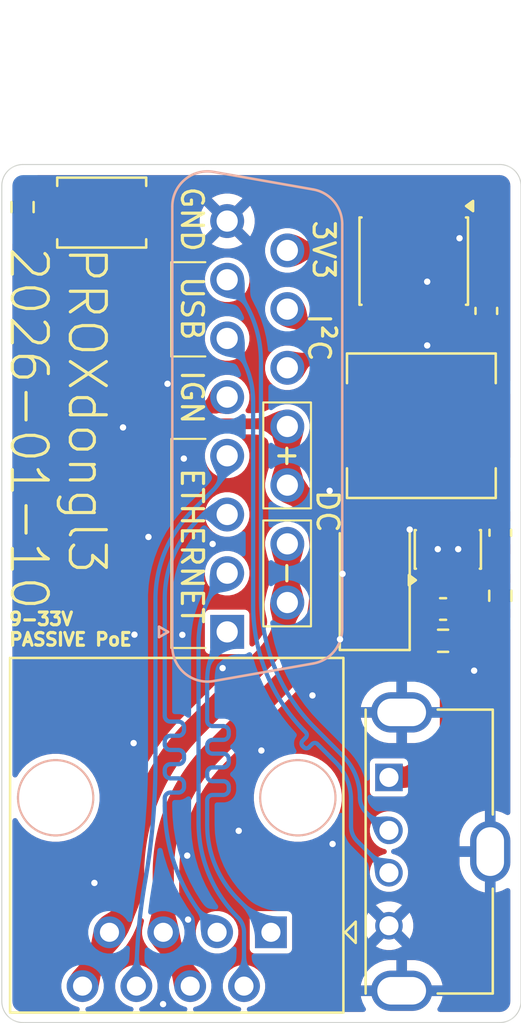
<source format=kicad_pcb>
(kicad_pcb
	(version 20241229)
	(generator "pcbnew")
	(generator_version "9.0")
	(general
		(thickness 1.6)
		(legacy_teardrops no)
	)
	(paper "A4")
	(layers
		(0 "F.Cu" signal)
		(2 "B.Cu" signal)
		(9 "F.Adhes" user "F.Adhesive")
		(11 "B.Adhes" user "B.Adhesive")
		(13 "F.Paste" user)
		(15 "B.Paste" user)
		(5 "F.SilkS" user "F.Silkscreen")
		(7 "B.SilkS" user "B.Silkscreen")
		(1 "F.Mask" user)
		(3 "B.Mask" user)
		(17 "Dwgs.User" user "User.Drawings")
		(19 "Cmts.User" user "User.Comments")
		(21 "Eco1.User" user "User.Eco1")
		(23 "Eco2.User" user "User.Eco2")
		(25 "Edge.Cuts" user)
		(27 "Margin" user)
		(31 "F.CrtYd" user "F.Courtyard")
		(29 "B.CrtYd" user "B.Courtyard")
		(35 "F.Fab" user)
		(33 "B.Fab" user)
		(39 "User.1" user)
		(41 "User.2" user)
		(43 "User.3" user)
		(45 "User.4" user)
	)
	(setup
		(pad_to_mask_clearance 0)
		(allow_soldermask_bridges_in_footprints no)
		(tenting front back)
		(pcbplotparams
			(layerselection 0x00000000_00000000_55555555_5755f5ff)
			(plot_on_all_layers_selection 0x00000000_00000000_00000000_00000000)
			(disableapertmacros no)
			(usegerberextensions yes)
			(usegerberattributes yes)
			(usegerberadvancedattributes yes)
			(creategerberjobfile yes)
			(dashed_line_dash_ratio 12.000000)
			(dashed_line_gap_ratio 3.000000)
			(svgprecision 4)
			(plotframeref no)
			(mode 1)
			(useauxorigin no)
			(hpglpennumber 1)
			(hpglpenspeed 20)
			(hpglpendiameter 15.000000)
			(pdf_front_fp_property_popups yes)
			(pdf_back_fp_property_popups yes)
			(pdf_metadata yes)
			(pdf_single_document no)
			(dxfpolygonmode yes)
			(dxfimperialunits yes)
			(dxfusepcbnewfont yes)
			(psnegative no)
			(psa4output no)
			(plot_black_and_white yes)
			(sketchpadsonfab no)
			(plotpadnumbers no)
			(hidednponfab no)
			(sketchdnponfab yes)
			(crossoutdnponfab yes)
			(subtractmaskfromsilk no)
			(outputformat 1)
			(mirror no)
			(drillshape 0)
			(scaleselection 1)
			(outputdirectory "out/")
		)
	)
	(net 0 "")
	(net 1 "/ETH_DC+")
	(net 2 "/ETH_RX-")
	(net 3 "/ETH_TX+")
	(net 4 "/ETH_DC-")
	(net 5 "/ETH_RX+")
	(net 6 "/ETH_TX-")
	(net 7 "/USB_D-")
	(net 8 "/USB_D+")
	(net 9 "+3V3")
	(net 10 "GND")
	(net 11 "+5V")
	(net 12 "Net-(D1-A)")
	(net 13 "Net-(U1-FB)")
	(net 14 "unconnected-(U1-NC-Pad6)")
	(net 15 "/I2C_SDA")
	(net 16 "/I2C_SCL")
	(net 17 "/IGNITION")
	(net 18 "Net-(SW1-A)")
	(footprint "Connector_USB:USB_A_Molex_105057_Vertical" (layer "F.Cu") (at 111.27 86.93 -90))
	(footprint "Diode_SMD:D_SMA" (layer "F.Cu") (at 110.6 77.405 90))
	(footprint "Resistor_SMD:R_0603_1608Metric" (layer "F.Cu") (at 93.979 60.01 90))
	(footprint "Capacitor_SMD:C_0603_1608Metric" (layer "F.Cu") (at 115.865 64.91 90))
	(footprint "Package_TO_SOT_SMD:SOT-23-6" (layer "F.Cu") (at 114.05 76.1675 180))
	(footprint "Button_Switch_SMD:SW_SPST_TS-1088-xR020" (layer "F.Cu") (at 97.714 60.27))
	(footprint "Capacitor_SMD:C_0603_1608Metric" (layer "F.Cu") (at 113.825 78.98))
	(footprint "Package_SO:SOIC-8_3.9x4.9mm_P1.27mm" (layer "F.Cu") (at 112.44 62.56 -90))
	(footprint "Inductor_SMD:L_APV_APH0630" (layer "F.Cu") (at 112.8 70.33 180))
	(footprint "Resistor_SMD:R_0603_1608Metric" (layer "F.Cu") (at 116.525 78.355 90))
	(footprint "Resistor_SMD:R_0603_1608Metric" (layer "F.Cu") (at 113.825 80.48))
	(footprint "Capacitor_SMD:C_0603_1608Metric" (layer "F.Cu") (at 116.525 75.38 -90))
	(footprint "Connector_RJ:RJ45_OST_PJ012-8P8CX_Vertical" (layer "F.Cu") (at 105.7 94.24 180))
	(footprint "Connector_Dsub:DSUB-15_Socket_Vertical_P2.77x2.84mm" (layer "B.Cu") (at 103.635 80.06 -90))
	(gr_line
		(start 101 80.82)
		(end 101 70.95)
		(stroke
			(width 0.1)
			(type default)
		)
		(layer "F.SilkS")
		(uuid "0cc2ab2c-74f2-411f-82c6-832a9a7896fe")
	)
	(gr_line
		(start 102.61 70.95)
		(end 101 70.95)
		(stroke
			(width 0.1)
			(type solid)
		)
		(layer "F.SilkS")
		(uuid "177e4912-91bc-4a69-8569-05cd61ff109f")
	)
	(gr_line
		(start 100.995 67.06)
		(end 100.995 62.61)
		(stroke
			(width 0.1)
			(type default)
		)
		(layer "F.SilkS")
		(uuid "5b0ec5b3-78ee-477a-9104-f903e417fe50")
	)
	(gr_line
		(start 102.605 62.61)
		(end 100.995 62.61)
		(stroke
			(width 0.1)
			(type solid)
		)
		(layer "F.SilkS")
		(uuid "5f01236e-c490-47dc-b1fd-190417acff3a")
	)
	(gr_line
		(start 102.605 67.06)
		(end 100.995 67.06)
		(stroke
			(width 0.1)
			(type solid)
		)
		(layer "F.SilkS")
		(uuid "91d07bbc-40bf-4d7b-8e15-42c0fcf409d5")
	)
	(gr_rect
		(start 105.34 74.8)
		(end 107.59 79.8)
		(stroke
			(width 0.1)
			(type default)
		)
		(fill no)
		(layer "F.SilkS")
		(uuid "c46d39b6-057f-47d9-9a78-07a8e3aa7563")
	)
	(gr_line
		(start 102.61 80.82)
		(end 101 80.82)
		(stroke
			(width 0.1)
			(type solid)
		)
		(layer "F.SilkS")
		(uuid "df3caf53-bd02-4f23-b1cf-81e1aa6db355")
	)
	(gr_rect
		(start 105.34 69.23)
		(end 107.59 74.23)
		(stroke
			(width 0.1)
			(type default)
		)
		(fill no)
		(layer "F.SilkS")
		(uuid "e4b9bb0f-35a7-4874-8350-6478be42141a")
	)
	(gr_line
		(start 93 97.5)
		(end 93 59)
		(stroke
			(width 0.05)
			(type solid)
		)
		(layer "Edge.Cuts")
		(uuid "0db6ce03-0979-466c-8d70-b73e485d4a8f")
	)
	(gr_line
		(start 117.5 59)
		(end 117.5 97.5)
		(stroke
			(width 0.05)
			(type solid)
		)
		(layer "Edge.Cuts")
		(uuid "10be46f5-97dc-400b-ad24-0b8b87306653")
	)
	(gr_line
		(start 94 58)
		(end 116.5 58)
		(stroke
			(width 0.05)
			(type solid)
		)
		(layer "Edge.Cuts")
		(uuid "413b3a9e-9bd9-4831-9365-cd63dbd28d7f")
	)
	(gr_arc
		(start 116.5 58)
		(mid 117.207107 58.292893)
		(end 117.5 59)
		(stroke
			(width 0.05)
			(type solid)
		)
		(layer "Edge.Cuts")
		(uuid "52b734ef-74dd-43b6-888f-18443ecf54e3")
	)
	(gr_arc
		(start 94 98.5)
		(mid 93.292893 98.207107)
		(end 93 97.5)
		(stroke
			(width 0.05)
			(type solid)
		)
		(layer "Edge.Cuts")
		(uuid "6a17951b-3130-4b4a-9fe8-2b07478bf2be")
	)
	(gr_line
		(start 116.5 98.5)
		(end 94 98.5)
		(stroke
			(width 0.05)
			(type solid)
		)
		(layer "Edge.Cuts")
		(uuid "79c46bbb-04e4-4a4a-967a-27117ae08049")
	)
	(gr_arc
		(start 117.5 97.5)
		(mid 117.207107 98.207107)
		(end 116.5 98.5)
		(stroke
			(width 0.05)
			(type default)
		)
		(layer "Edge.Cuts")
		(uuid "dbd91a20-56fa-46cf-ba01-69e810d4c7e5")
	)
	(gr_arc
		(start 93 59)
		(mid 93.292893 58.292893)
		(end 94 58)
		(stroke
			(width 0.05)
			(type solid)
		)
		(layer "Edge.Cuts")
		(uuid "f40b6dc1-c075-4afe-b6bc-38632a8e4915")
	)
	(gr_text "USB"
		(at 101.39 63.19 270)
		(layer "F.SilkS")
		(uuid "2b9d7f41-d46d-490b-a655-aa5ca50ac4c4")
		(effects
			(font
				(size 1 1)
				(thickness 0.15)
				(bold yes)
			)
			(justify left bottom)
		)
	)
	(gr_text "-"
		(at 105.94 76.61 270)
		(layer "F.SilkS")
		(uuid "44143381-dade-4218-b9c8-f7def15d5858")
		(effects
			(font
				(size 1 0.94)
				(thickness 0.15)
				(bold yes)
			)
			(justify left bottom)
		)
	)
	(gr_text "PROXdongl3\n2026-01-10"
		(at 93.28 61.78 270)
		(layer "F.SilkS")
		(uuid "56a00f68-612a-4d4f-95f6-399a861de7d1")
		(effects
			(font
				(size 1.7 1.7)
				(thickness 0.15)
			)
			(justify left bottom)
		)
	)
	(gr_text "9-33V\nPASSIVE PoE"
		(at 93.27 80.77 0)
		(layer "F.SilkS")
		(uuid "582ed5dd-8095-4dca-b37e-f8f353222111")
		(effects
			(font
				(size 0.6 0.6)
				(thickness 0.15)
				(bold yes)
			)
			(justify left bottom)
		)
	)
	(gr_text "I²C"
		(at 107.39 64.95 270)
		(layer "F.SilkS")
		(uuid "5d421daf-5679-499d-b23c-e75cc4186d5d")
		(effects
			(font
				(size 1 1)
				(thickness 0.15)
				(bold yes)
			)
			(justify left bottom)
		)
	)
	(gr_text "3V3"
		(at 107.61 60.55 270)
		(layer "F.SilkS")
		(uuid "60c9b601-518e-4641-9840-56eeaaf71726")
		(effects
			(font
				(size 1 1)
				(thickness 0.15)
				(bold yes)
			)
			(justify left bottom)
		)
	)
	(gr_text "GND"
		(at 101.39 58.96 270)
		(layer "F.SilkS")
		(uuid "648b356c-5963-4404-b216-ab881a67eaca")
		(effects
			(font
				(size 1 1)
				(thickness 0.15)
				(bold yes)
			)
			(justify left bottom)
		)
	)
	(gr_text "IGN"
		(at 101.39 67.62 270)
		(layer "F.SilkS")
		(uuid "729df144-8f7f-4b89-8519-9e91a294d667")
		(effects
			(font
				(size 1 1)
				(thickness 0.15)
				(bold yes)
			)
			(justify left bottom)
		)
	)
	(gr_text "+"
		(at 105.94 71.0715 270)
		(layer "F.SilkS")
		(uuid "7cfb75f7-ed72-4d0f-976a-27f12c6e54e5")
		(effects
			(font
				(size 1 0.94)
				(thickness 0.15)
				(bold yes)
			)
			(justify left bottom)
		)
	)
	(gr_text "DC"
		(at 107.79 73.27 270)
		(layer "F.SilkS")
		(uuid "9f6fe7f5-5953-470d-802c-f7984731a8d8")
		(effects
			(font
				(size 1 1)
				(thickness 0.15)
				(bold yes)
			)
			(justify left bottom)
		)
	)
	(gr_text "ETHERNET"
		(at 101.39 72.24 270)
		(layer "F.SilkS")
		(uuid "c6e6abf7-54bf-4756-b2d8-5f40513ec6a8")
		(effects
			(font
				(size 1 1)
				(thickness 0.15)
				(bold yes)
			)
			(justify left bottom)
		)
	)
	(segment
		(start 93.979 60.835)
		(end 93.979 60.844786)
		(width 0.5)
		(layer "F.Cu")
		(net 1)
		(uuid "38cbf0a9-6306-4a57-ae2d-38c7408aa43e")
	)
	(segment
		(start 100.773917 70.239501)
		(end 106.349501 70.239501)
		(width 0.5)
		(layer "F.Cu")
		(net 1)
		(uuid "628e8905-508e-403c-98e9-016084f08659")
	)
	(segment
		(start 101.89 96.78)
		(end 100.62 94.24)
		(width 1)
		(layer "F.Cu")
		(net 1)
		(uuid "65e279f1-e035-414d-bd20-5cad03063a3e")
	)
	(segment
		(start 100.62 94.24)
		(end 100.619981 91.414486)
		(width 1)
		(layer "F.Cu")
		(net 1)
		(uuid "68df646b-f523-455b-95e6-684a0637ec89")
	)
	(segment
		(start 94.271893 61.551893)
		(end 94.627107 61.907107)
		(width 0.5)
		(layer "F.Cu")
		(net 1)
		(uuid "6a136649-5919-473b-af54-06e0cc94fa5e")
	)
	(segment
		(start 99.08 63.2)
		(end 99.08 68.486188)
		(width 0.5)
		(layer "F.Cu")
		(net 1)
		(uuid "73374b36-e105-4534-a128-d57a53106acd")
	)
	(segment
		(start 106.148049 82.551951)
		(end 102.977769 85.722231)
		(width 1)
		(layer "F.Cu")
		(net 1)
		(uuid "8bb20d5d-e6b2-4dcc-aaaf-7c7e9cc78f43")
	)
	(segment
		(start 106.35 70.24)
		(end 102.36 70.24)
		(width 0.5)
		(layer "F.Cu")
		(net 1)
		(uuid "aa00257d-fae1-46bc-b820-88980d9dd262")
	)
	(segment
		(start 108.02 76.162676)
		(end 108.02 78.032661)
		(width 1)
		(layer "F.Cu")
		(net 1)
		(uuid "c24ee08f-1b25-4d00-9423-37255f37ee57")
	)
	(segment
		(start 95.334214 62.2)
		(end 98.08 62.2)
		(width 0.5)
		(layer "F.Cu")
		(net 1)
		(uuid "c7ac6d1e-6bb1-48c3-82bd-63afa03af552")
	)
	(segment
		(start 106.475 73.135)
		(end 106.97159 73.63159)
		(width 1)
		(layer "F.Cu")
		(net 1)
		(uuid "dbbc3d9a-a257-498c-b083-642efc89eb9a")
	)
	(segment
		(start 106.349501 70.239501)
		(end 106.475 70.365)
		(width 0.5)
		(layer "F.Cu")
		(net 1)
		(uuid "e5cf277c-769b-471e-b518-0545e9fe524c")
	)
	(segment
		(start 106.475 70.365)
		(end 106.475 73.135)
		(width 1)
		(layer "F.Cu")
		(net 1)
		(uuid "f61813f0-8421-4699-be2d-289f52eb3503")
	)
	(segment
		(start 106.475 70.365)
		(end 106.35 70.24)
		(width 0.5)
		(layer "F.Cu")
		(net 1)
		(uuid "fc547050-f9df-4b2c-ae7f-c84c676bb834")
	)
	(arc
		(start 93.979 60.844786)
		(mid 94.05512 61.22747)
		(end 94.271893 61.551893)
		(width 0.5)
		(layer "F.Cu")
		(net 1)
		(uuid "02483d89-12aa-41c0-b9a9-18bc067ffd9b")
	)
	(arc
		(start 94.627107 61.907107)
		(mid 94.951531 62.12388)
		(end 95.334214 62.2)
		(width 0.5)
		(layer "F.Cu")
		(net 1)
		(uuid "155181b1-ec6f-46e8-82bc-e83717d1a07f")
	)
	(arc
		(start 100.619981 91.414486)
		(mid 101.23274 88.33386)
		(end 102.977769 85.722231)
		(width 1)
		(layer "F.Cu")
		(net 1)
		(uuid "2f5c6df8-a155-4f0d-924c-cfe6ddff7dba")
	)
	(arc
		(start 98.08 62.2)
		(mid 98.787107 62.492893)
		(end 99.08 63.2)
		(width 0.5)
		(layer "F.Cu")
		(net 1)
		(uuid "401a5779-e1da-446b-b8fb-d15a1d56a7a4")
	)
	(arc
		(start 99.08 68.486188)
		(mid 99.572684 69.70497)
		(end 100.773917 70.239501)
		(width 0.5)
		(layer "F.Cu")
		(net 1)
		(uuid "4c9cc412-15fc-44ed-8091-37e61ae4348b")
	)
	(arc
		(start 106.148049 82.551951)
		(mid 107.533496 80.478483)
		(end 108.02 78.032661)
		(width 1)
		(layer "F.Cu")
		(net 1)
		(uuid "636ae264-7cd8-4d58-8a53-477b3c3bdfed")
	)
	(arc
		(start 106.97159 73.63159)
		(mid 107.747527 74.792862)
		(end 108.02 76.162676)
		(width 1)
		(layer "F.Cu")
		(net 1)
		(uuid "dfc4f6f1-f9d9-4de0-a344-3c28eab780e5")
	)
	(segment
		(start 102.959734 73.380266)
		(end 101.976779 74.363221)
		(width 0.2)
		(layer "B.Cu")
		(net 2)
		(uuid "0db1b006-718c-4ed0-9102-09b838625674")
	)
	(segment
		(start 99.35 96.573614)
		(end 99.35 96.78)
		(width 0.2)
		(layer "B.Cu")
		(net 2)
		(uuid "925a6a3d-6a0b-45c2-8f5e-6e489be9722a")
	)
	(segment
		(start 100.25 78.532035)
		(end 100.25 86.268429)
		(width 0.2)
		(layer "B.Cu")
		(net 2)
		(uuid "ae9fd910-bfa6-4d5d-b3f4-e62bb0390227")
	)
	(segment
		(start 99.766702 91.809428)
		(end 99.764398 91.822533)
		(width 0.2)
		(layer "B.Cu")
		(net 2)
		(uuid "c8412d08-53cd-4fed-9b78-407f2036a920")
	)
	(arc
		(start 99.764398 91.822533)
		(mid 99.453795 94.189054)
		(end 99.35 96.573614)
		(width 0.2)
		(layer "B.Cu")
		(net 2)
		(uuid "227ff391-ef95-4492-bd08-29f79c7905eb")
	)
	(arc
		(start 101.976779 74.363221)
		(mid 100.698775 76.275889)
		(end 100.25 78.532035)
		(width 0.2)
		(layer "B.Cu")
		(net 2)
		(uuid "38e79fb7-8cd9-4622-8d04-29235557e177")
	)
	(arc
		(start 103.635 71.75)
		(mid 103.459504 72.632307)
		(end 102.959734 73.380266)
		(width 0.2)
		(layer "B.Cu")
		(net 2)
		(uuid "d32bbcc1-72b1-499a-b4d9-3af7c7a3195c")
	)
	(arc
		(start 100.25 86.268429)
		(mid 100.128946 89.049447)
		(end 99.766702 91.809428)
		(width 0.2)
		(layer "B.Cu")
		(net 2)
		(uuid "ff602e36-cfa4-43de-8da2-a02160306c94")
	)
	(segment
		(start 103.71 86.066794)
		(end 103.71 86.196794)
		(width 0.2)
		(layer "B.Cu")
		(net 3)
		(uuid "0d524520-c8cb-48f8-8669-5255102bedc0")
	)
	(segment
		(start 103.45 87.756794)
		(end 102.95 87.756794)
		(width 0.2)
		(layer "B.Cu")
		(net 3)
		(uuid "1d91bfaa-0342-4223-b4cb-17739996a899")
	)
	(segment
		(start 104.159495 92.699495)
		(end 105.7 94.24)
		(width 0.2)
		(layer "B.Cu")
		(net 3)
		(uuid "37de5b7d-0dae-4bd0-9a91-8ab6c4f606d4")
	)
	(segment
		(start 102.95 84.506794)
		(end 103.45 84.506794)
		(width 0.2)
		(layer "B.Cu")
		(net 3)
		(uuid "482787f2-26c7-4a6c-a73e-bb66330785ff")
	)
	(segment
		(start 102.69 85.416794)
		(end 102.69 85.546794)
		(width 0.2)
		(layer "B.Cu")
		(net 3)
		(uuid "54eda247-c721-4bd2-b675-6135d2e02fba")
	)
	(segment
		(start 103.45 86.456794)
		(end 102.95 86.456794)
		(width 0.2)
		(layer "B.Cu")
		(net 3)
		(uuid "5fa91da3-0d25-45e4-a4ae-d5acd478a7c1")
	)
	(segment
		(start 102.69 86.716794)
		(end 102.69 86.846794)
		(width 0.2)
		(layer "B.Cu")
		(net 3)
		(uuid "7dfa8a3a-e9a0-4876-a414-4a0b402b5eee")
	)
	(segment
		(start 102.69 88.62)
		(end 102.69 89.151819)
		(width 0.2)
		(layer "B.Cu")
		(net 3)
		(uuid "86db7265-a34d-4fe6-a1fe-36da3154e1ff")
	)
	(segment
		(start 103.45 85.156794)
		(end 102.95 85.156794)
		(width 0.2)
		(layer "B.Cu")
		(net 3)
		(uuid "9cd48030-0fc0-4606-b401-b226b50c976c")
	)
	(segment
		(start 103.71 84.766794)
		(end 103.71 84.896794)
		(width 0.2)
		(layer "B.Cu")
		(net 3)
		(uuid "9fe3e9b1-341b-4d49-89ed-172b7056123c")
	)
	(segment
		(start 102.95 85.806794)
		(end 103.45 85.806794)
		(width 0.2)
		(layer "B.Cu")
		(net 3)
		(uuid "a0db5f3d-dd71-412a-908a-5fc9e05fe3db")
	)
	(segment
		(start 103.71 87.366794)
		(end 103.71 87.496794)
		(width 0.2)
		(layer "B.Cu")
		(net 3)
		(uuid "bffe1e5c-e78d-42c4-b83e-ddf45c223c19")
	)
	(segment
		(start 102.69 88.146794)
		(end 102.69 88.62)
		(width 0.2)
		(layer "B.Cu")
		(net 3)
		(uuid "c53f7942-ff18-4e85-b49e-21d6a85be965")
	)
	(segment
		(start 102.95 87.106794)
		(end 103.45 87.106794)
		(width 0.2)
		(layer "B.Cu")
		(net 3)
		(uuid "cf4ff313-764f-41f3-b77d-e3fbf30beb33")
	)
	(segment
		(start 102.69 82.341315)
		(end 102.69 84.246794)
		(width 0.2)
		(layer "B.Cu")
		(net 3)
		(uuid "ddadbcde-75d9-46aa-8b2c-5f7bb5b9c4e8")
	)
	(segment
		(start 102.69 88.016794)
		(end 102.69 88.146794)
		(width 0.2)
		(layer "B.Cu")
		(net 3)
		(uuid "edb4b68d-0213-4786-a339-8a9201956d96")
	)
	(segment
		(start 105.61 94.1)
		(end 105.5 93.99)
		(width 0.2)
		(layer "B.Cu")
		(net 3)
		(uuid "ee570994-3e94-4237-bd5c-cfcc1aedb572")
	)
	(arc
		(start 102.95 87.756794)
		(mid 102.766152 87.832946)
		(end 102.69 88.016794)
		(width 0.2)
		(layer "B.Cu")
		(net 3)
		(uuid "0d4a7f4f-db57-4aee-bd68-a95b5474cc84")
	)
	(arc
		(start 102.69 84.246794)
		(mid 102.766152 84.430642)
		(end 102.95 84.506794)
		(width 0.2)
		(layer "B.Cu")
		(net 3)
		(uuid "126e75f8-ce63-49a7-8bb6-e6e6f1b63107")
	)
	(arc
		(start 103.635 80.06)
		(mid 102.935577 81.10672)
		(end 102.69 82.341315)
		(width 0.2)
		(layer "B.Cu")
		(net 3)
		(uuid "26759449-bd32-41cd-ac3f-5de683d0e5a0")
	)
	(arc
		(start 103.45 85.806794)
		(mid 103.633848 85.882946)
		(end 103.71 86.066794)
		(width 0.2)
		(layer "B.Cu")
		(net 3)
		(uuid "27e13cb0-65c3-4310-ae67-9d2d595a3572")
	)
	(arc
		(start 102.69 86.846794)
		(mid 102.766152 87.030642)
		(end 102.95 87.106794)
		(width 0.2)
		(layer "B.Cu")
		(net 3)
		(uuid "4bb5fa58-f1b5-4c53-94d5-566b091cc783")
	)
	(arc
		(start 103.45 84.506794)
		(mid 103.633848 84.582946)
		(end 103.71 84.766794)
		(width 0.2)
		(layer "B.Cu")
		(net 3)
		(uuid "5a24ab2b-d7ea-40b7-a700-d9a1856a9c43")
	)
	(arc
		(start 103.45 87.106794)
		(mid 103.633848 87.182946)
		(end 103.71 87.366794)
		(width 0.2)
		(layer "B.Cu")
		(net 3)
		(uuid "86deaf2f-ec57-4202-83ff-0587adc21320")
	)
	(arc
		(start 102.95 86.456794)
		(mid 102.766152 86.532946)
		(end 102.69 86.716794)
		(width 0.2)
		(layer "B.Cu")
		(net 3)
		(uuid "ab8ab6ac-1dbc-4c1f-9e6a-bf3ee8312240")
	)
	(arc
		(start 103.71 86.196794)
		(mid 103.633848 86.380642)
		(end 103.45 86.456794)
		(width 0.2)
		(layer "B.Cu")
		(net 3)
		(uuid "bb3678ec-69c8-43fa-bcd0-08e97885f6a3")
	)
	(arc
		(start 102.69 85.546794)
		(mid 102.766152 85.730642)
		(end 102.95 85.806794)
		(width 0.2)
		(layer "B.Cu")
		(net 3)
		(uuid "bce13fd2-ea3a-41aa-8c8b-d218c752909a")
	)
	(arc
		(start 103.71 84.896794)
		(mid 103.633848 85.080642)
		(end 103.45 85.156794)
		(width 0.2)
		(layer "B.Cu")
		(net 3)
		(uuid "cc1e9902-39c8-423e-8d3e-96b6010b504a")
	)
	(arc
		(start 102.95 85.156794)
		(mid 102.766152 85.232946)
		(end 102.69 85.416794)
		(width 0.2)
		(layer "B.Cu")
		(net 3)
		(uuid "d5353582-6475-4700-a648-291eb8c72065")
	)
	(arc
		(start 102.69 89.151819)
		(mid 103.071909 91.071807)
		(end 104.159495 92.699495)
		(width 0.2)
		(layer "B.Cu")
		(net 3)
		(uuid "d6759925-6f16-45bc-82a3-bce82cf5d563")
	)
	(arc
		(start 103.71 87.496794)
		(mid 103.633848 87.680642)
		(end 103.45 87.756794)
		(width 0.2)
		(layer "B.Cu")
		(net 3)
		(uuid "e016581d-b2f1-4976-ac8e-cb6a27a301a1")
	)
	(segment
		(start 106.475 75.905)
		(end 106.475 78.675)
		(width 1)
		(layer "F.Cu")
		(net 4)
		(uuid "495b64f6-d6fd-4bfc-87c0-881f112ceaf2")
	)
	(segment
		(start 102.068143 84.611857)
		(end 105.393161 81.286839)
		(width 1)
		(layer "F.Cu")
		(net 4)
		(uuid "569f1f33-0a64-441c-a519-c88c1c438643")
	)
	(segment
		(start 96.81 96.78)
		(end 98.08 94.24)
		(width 1)
		(layer "F.Cu")
		(net 4)
		(uuid "77920e51-e478-4aea-a9fe-05f3d75d6005")
	)
	(arc
		(start 106.475 78.675)
		(mid 106.193839 80.088539)
		(end 105.393161 81.286839)
		(width 1)
		(layer "F.Cu")
		(net 4)
		(uuid "82648482-1ec9-42f4-ad40-2278378fc22e")
	)
	(arc
		(start 99.22 91.487836)
		(mid 99.960208 87.766603)
		(end 102.068143 84.611857)
		(width 1)
		(layer "F.Cu")
		(net 4)
		(uuid "8322bfbf-5413-4fe4-94f4-8bc438cd15af")
	)
	(arc
		(start 99.22 91.487836)
		(mid 98.923731 92.977281)
		(end 98.08 94.24)
		(width 1)
		(layer "F.Cu")
		(net 4)
		(uuid "c133f9ac-fd3c-4f08-abff-2863b96cbf90")
	)
	(segment
		(start 101.332 86.973795)
		(end 100.958 86.973795)
		(width 0.2)
		(layer "B.Cu")
		(net 5)
		(uuid "02c175fd-50fe-4383-80bc-d5cdf1a27038")
	)
	(segment
		(start 101.332 84.293795)
		(end 100.958 84.293795)
		(width 0.2)
		(layer "B.Cu")
		(net 5)
		(uuid "2710868d-54f1-45c7-8376-044e6d2cac07")
	)
	(segment
		(start 100.69 84.025795)
		(end 100.69 83.891795)
		(width 0.2)
		(layer "B.Cu")
		(net 5)
		(uuid "28288c2a-5125-4180-a382-9b20bf6bd291")
	)
	(segment
		(start 101.6 87.375795)
		(end 101.6 87.241795)
		(width 0.2)
		(layer "B.Cu")
		(net 5)
		(uuid "2e33a2fe-0094-48f7-b3d2-965fa45234d8")
	)
	(segment
		(start 100.69 83.84)
		(end 100.69 78.487542)
		(width 0.2)
		(layer "B.Cu")
		(net 5)
		(uuid "30745e66-4001-4ce4-95b7-a90a1e26d3fb")
	)
	(segment
		(start 100.958 84.963795)
		(end 101.332 84.963795)
		(width 0.2)
		(layer "B.Cu")
		(net 5)
		(uuid "4c9147bb-81cd-47ff-999d-042b29c27ebb")
	)
	(segment
		(start 101.6 84.695795)
		(end 101.6 84.561795)
		(width 0.2)
		(layer "B.Cu")
		(net 5)
		(uuid "50dcaa9f-d324-467d-a03f-4642c366dcad")
	)
	(segment
		(start 100.69 88.276906)
		(end 100.69 87.911795)
		(width 0.2)
		(layer "B.Cu")
		(net 5)
		(uuid "6212996d-8e56-428f-add5-4b62f0bb4463")
	)
	(segment
		(start 100.69 86.705795)
		(end 100.69 86.571795)
		(width 0.2)
		(layer "B.Cu")
		(net 5)
		(uuid "6cc32e6e-e902-45f2-b14c-3031a0920f6f")
	)
	(segment
		(start 102.919187 74.52)
		(end 103.635 74.52)
		(width 0.2)
		(layer "B.Cu")
		(net 5)
		(uuid "7551db71-4bf6-45b6-8581-9e45a533f774")
	)
	(segment
		(start 101.6 86.035795)
		(end 101.6 85.901795)
		(width 0.2)
		(layer "B.Cu")
		(net 5)
		(uuid "76dd876a-505d-4114-a1fc-51cfe3eba035")
	)
	(segment
		(start 101.332 85.633795)
		(end 100.958 85.633795)
		(width 0.2)
		(layer "B.Cu")
		(net 5)
		(uuid "98926a7d-9a8e-4e1a-a003-d59fbb0d9e10")
	)
	(segment
		(start 100.69 83.891795)
		(end 100.69 83.84)
		(width 0.2)
		(layer "B.Cu")
		(net 5)
		(uuid "a2a250b9-dae1-4e87-a87d-6d744786c683")
	)
	(segment
		(start 100.958 87.643795)
		(end 101.332 87.643795)
		(width 0.2)
		(layer "B.Cu")
		(net 5)
		(uuid "a8d36ac8-3886-477e-b685-88b305c7268f")
	)
	(segment
		(start 100.69 85.365795)
		(end 100.69 85.231795)
		(width 0.2)
		(layer "B.Cu")
		(net 5)
		(uuid "a9bad550-5a7d-414b-8e69-0f735961920b")
	)
	(segment
		(start 100.958 86.303795)
		(end 101.332 86.303795)
		(width 0.2)
		(layer "B.Cu")
		(net 5)
		(uuid "b211b6e5-15d0-491f-b6b6-1c4357c2a68e")
	)
	(arc
		(start 100.958 84.293795)
		(mid 100.768495 84.2153)
		(end 100.69 84.025795)
		(width 0.2)
		(layer "B.Cu")
		(net 5)
		(uuid "1d9d617f-d887-47dd-9c25-9684aa285c34")
	)
	(arc
		(start 101.6 87.241795)
		(mid 101.521505 87.05229)
		(end 101.332 86.973795)
		(width 0.2)
		(layer "B.Cu")
		(net 5)
		(uuid "1e06cc8e-8e62-4c82-b0b4-ca3e43028351")
	)
	(arc
		(start 101.6 84.561795)
		(mid 101.521505 84.37229)
		(end 101.332 84.293795)
		(width 0.2)
		(layer "B.Cu")
		(net 5)
		(uuid "29a802a0-0980-4083-a0dc-5565297f031a")
	)
	(arc
		(start 101.332 84.963795)
		(mid 101.521505 84.8853)
		(end 101.6 84.695795)
		(width 0.2)
		(layer "B.Cu")
		(net 5)
		(uuid "3bc802bb-ba9c-42a6-adca-3a3cac7e5902")
	)
	(arc
		(start 100.69 86.571795)
		(mid 100.768495 86.38229)
		(end 100.958 86.303795)
		(width 0.2)
		(layer "B.Cu")
		(net 5)
		(uuid "465d5bbe-7438-4f7f-91a1-7abea87aca62")
	)
	(arc
		(start 101.6 85.901795)
		(mid 101.521505 85.71229)
		(end 101.332 85.633795)
		(width 0.2)
		(layer "B.Cu")
		(net 5)
		(uuid "48508ed4-c6f1-485a-816e-193f2e8efd88")
	)
	(arc
		(start 100.958 85.633795)
		(mid 100.768495 85.5553)
		(end 100.69 85.365795)
		(width 0.2)
		(layer "B.Cu")
		(net 5)
		(uuid "4d1a636d-1d0f-40f4-bd40-35ef3801f0ba")
	)
	(arc
		(start 100.69 87.911795)
		(mid 100.768495 87.72229)
		(end 100.958 87.643795)
		(width 0.2)
		(layer "B.Cu")
		(net 5)
		(uuid "5194f568-9038-430e-87e9-15a87d977b36")
	)
	(arc
		(start 100.958 86.973795)
		(mid 100.768495 86.8953)
		(end 100.69 86.705795)
		(width 0.2)
		(layer "B.Cu")
		(net 5)
		(uuid "59e1f990-118e-4824-9747-0023822e75b8")
	)
	(arc
		(start 103.16 94.24)
		(mid 101.331929 91.504104)
		(end 100.69 88.276906)
		(width 0.2)
		(layer "B.Cu")
		(net 5)
		(uuid "83436f92-3b31-4cd5-8296-b12285c75b7d")
	)
	(arc
		(start 101.332 87.643795)
		(mid 101.521505 87.5653)
		(end 101.6 87.375795)
		(width 0.2)
		(layer "B.Cu")
		(net 5)
		(uuid "86183e08-f318-4984-9bb5-8a63cf172853")
	)
	(arc
		(start 100.69 85.231795)
		(mid 100.768495 85.04229)
		(end 100.958 84.963795)
		(width 0.2)
		(layer "B.Cu")
		(net 5)
		(uuid "90810bd1-d3fd-49b2-8113-d5dd64af24b2")
	)
	(arc
		(start 100.69 78.487542)
		(mid 101.085576 76.498852)
		(end 102.212107 74.812893)
		(width 0.2)
		(layer "B.Cu")
		(net 5)
		(uuid "abe1c560-47a8-4b08-b768-44a6e8570e33")
	)
	(arc
		(start 101.332 86.303795)
		(mid 101.521505 86.2253)
		(end 101.6 86.035795)
		(width 0.2)
		(layer "B.Cu")
		(net 5)
		(uuid "c9fa4d4e-8963-4bd1-9f7b-c6b3231b8fe4")
	)
	(arc
		(start 102.212107 74.812893)
		(mid 102.536528 74.596116)
		(end 102.919187 74.52)
		(width 0.2)
		(layer "B.Cu")
		(net 5)
		(uuid "e45e1212-f841-44bf-b69b-64660897477a")
	)
	(segment
		(start 104.43 96.78)
		(end 104.43 94.244214)
		(width 0.2)
		(layer "B.Cu")
		(net 6)
		(uuid "32e4a5bd-7798-4cc3-9f42-3c933abf231f")
	)
	(segment
		(start 102.284 89.063388)
		(end 102.284 80.551557)
		(width 0.2)
		(layer "B.Cu")
		(net 6)
		(uuid "b943d330-388f-4034-932e-d137a5c0b294")
	)
	(arc
		(start 104.137107 93.537107)
		(mid 102.765593 91.484518)
		(end 102.284 89.063388)
		(width 0.2)
		(layer "B.Cu")
		(net 6)
		(uuid "60873f6d-9d09-487e-9e6a-ca680a6ab141")
	)
	(arc
		(start 102.284 80.551557)
		(mid 102.635105 78.786432)
		(end 103.635 77.29)
		(width 0.2)
		(layer "B.Cu")
		(net 6)
		(uuid "8c9932ef-5ddd-4bb4-84ff-7756bfc5e170")
	)
	(arc
		(start 104.43 94.244214)
		(mid 104.35388 93.86153)
		(end 104.137107 93.537107)
		(width 0.2)
		(layer "B.Cu")
		(net 6)
		(uuid "b59cfc2f-3b20-4d75-8109-7ab11ff57827")
	)
	(segment
		(start 111.27 89.43)
		(end 111.04 89.43)
		(width 0.2)
		(layer "B.Cu")
		(net 7)
		(uuid "4922fa01-3a4e-4a5f-aa6d-0a279cb95e9d")
	)
	(segment
		(start 111.04 89.43)
		(end 110.192893 88.582893)
		(width 0.2)
		(layer "B.Cu")
		(net 7)
		(uuid "5a54581d-6eef-4c3d-b742-7ebfb6fbf12e")
	)
	(segment
		(start 105.23 78.459199)
		(end 105.23 67.290686)
		(width 0.2)
		(layer "B.Cu")
		(net 7)
		(uuid "640fd669-658b-4260-855d-bfb633bbc5d6")
	)
	(segment
		(start 109.082747 85.902747)
		(end 107.769081 84.589081)
		(width 0.2)
		(layer "B.Cu")
		(net 7)
		(uuid "6cb25b9d-0771-4d57-9524-7fabc0651697")
	)
	(arc
		(start 103.635 63.44)
		(mid 104.815471 65.206704)
		(end 105.23 67.290686)
		(width 0.2)
		(layer "B.Cu")
		(net 7)
		(uuid "0f20011f-5c18-496f-8920-32816c2c4eb1")
	)
	(arc
		(start 110.192893 88.582893)
		(mid 109.97612 88.25847)
		(end 109.9 87.875786)
		(width 0.2)
		(layer "B.Cu")
		(net 7)
		(uuid "167627a0-a122-4bca-a5c6-f776bb1bffbf")
	)
	(arc
		(start 105.23 78.459199)
		(mid 105.889886 81.776668)
		(end 107.769081 84.589081)
		(width 0.2)
		(layer "B.Cu")
		(net 7)
		(uuid "80f33a38-9c1c-4075-b8fe-a7fceaaa98cd")
	)
	(arc
		(start 109.9 87.875786)
		(mid 109.687603 86.807979)
		(end 109.082747 85.902747)
		(width 0.2)
		(layer "B.Cu")
		(net 7)
		(uuid "f1559111-b09b-4402-9821-88f9fef9cf56")
	)
	(segment
		(start 107.192264 85.444223)
		(end 107.253075 85.505034)
		(width 0.2)
		(layer "B.Cu")
		(net 8)
		(uuid "0d6dd22a-fcbd-4dbb-bf23-0516da831f73")
	)
	(segment
		(start 108.630164 86.090164)
		(end 108.745824 86.205824)
		(width 0.2)
		(layer "B.Cu")
		(net 8)
		(uuid "25cd6b82-64ab-4434-aab4-ffd8d0cf3c5f")
	)
	(segment
		(start 107.496319 85.505034)
		(end 107.649054 85.352298)
		(width 0.2)
		(layer "B.Cu")
		(net 8)
		(uuid "2dc06399-4d59-47be-8b27-db4bd0dc4182")
	)
	(segment
		(start 107.953111 85.413111)
		(end 108.550164 86.010164)
		(width 0.2)
		(layer "B.Cu")
		(net 8)
		(uuid "5a48a8b2-f253-4e51-bc93-0297114ef8c4")
	)
	(segment
		(start 107.345 85.048244)
		(end 107.192264 85.200979)
		(width 0.2)
		(layer "B.Cu")
		(net 8)
		(uuid "831ffc5a-1565-44c5-827d-1a908941d622")
	)
	(segment
		(start 109.479997 87.978268)
		(end 109.48 89.225786)
		(width 0.2)
		(layer "B.Cu")
		(net 8)
		(uuid "917fcd69-37de-46ca-a7d2-ca6d7300068d")
	)
	(segment
		(start 109.772893 89.932893)
		(end 111.27 91.43)
		(width 0.2)
		(layer "B.Cu")
		(net 8)
		(uuid "a9c2b4d7-7662-45cd-8427-b91a76e27cd2")
	)
	(segment
		(start 108.550164 86.010164)
		(end 108.630164 86.090164)
		(width 0.2)
		(layer "B.Cu")
		(net 8)
		(uuid "d1a13e12-ba86-4d0a-ab1a-2ecd5e6143ae")
	)
	(segment
		(start 107.892298 85.352298)
		(end 107.953111 85.413111)
		(width 0.2)
		(layer "B.Cu")
		(net 8)
		(uuid "d78b566d-f913-4be9-94c3-3b50f9f296fb")
	)
	(segment
		(start 104.86 69.167312)
		(end 104.86 78.810164)
		(width 0.2)
		(layer "B.Cu")
		(net 8)
		(uuid "dd3e3833-a48f-4c35-973d-99d460f5bc18")
	)
	(segment
		(start 107.341844 84.801844)
		(end 107.345 84.805)
		(width 0.2)
		(layer "B.Cu")
		(net 8)
		(uuid "f1cb2714-ca3e-43bd-8282-3c8d43b5dc9d")
	)
	(arc
		(start 103.635 66.21)
		(mid 104.541651 67.566864)
		(end 104.86 69.167312)
		(width 0.2)
		(layer "B.Cu")
		(net 8)
		(uuid "30e402c1-0153-4149-a6e5-ddc637c24238")
	)
	(arc
		(start 107.649054 85.352298)
		(mid 107.770676 85.301921)
		(end 107.892298 85.352298)
		(width 0.2)
		(layer "B.Cu")
		(net 8)
		(uuid "40a2f6d0-6e00-4286-a11a-822c775ca659")
	)
	(arc
		(start 104.86 78.810164)
		(mid 105.505006 82.052829)
		(end 107.341844 84.801844)
		(width 0.2)
		(layer "B.Cu")
		(net 8)
		(uuid "9400db22-d9ad-4ebd-8c71-5bbdfa4d0451")
	)
	(arc
		(start 107.345 84.805)
		(mid 107.395377 84.926622)
		(end 107.345 85.048244)
		(width 0.2)
		(layer "B.Cu")
		(net 8)
		(uuid "a5027993-2f76-4ad5-ac97-dd84e14ffa35")
	)
	(arc
		(start 109.48 89.225786)
		(mid 109.55612 89.608469)
		(end 109.772893 89.932893)
		(width 0.2)
		(layer "B.Cu")
		(net 8)
		(uuid "af4828f6-2ec4-42c3-a3e0-d2c48b090c89")
	)
	(arc
		(start 108.745824 86.205824)
		(mid 109.28919 87.019028)
		(end 109.479997 87.978268)
		(width 0.2)
		(layer "B.Cu")
		(net 8)
		(uuid "c2af5d93-1cdd-4c87-861e-6e454d15d65c")
	)
	(arc
		(start 107.253075 85.505034)
		(mid 107.374697 85.555411)
		(end 107.496319 85.505034)
		(width 0.2)
		(layer "B.Cu")
		(net 8)
		(uuid "e28e8221-3dea-4c6c-a5aa-d6d0cf01f9ae")
	)
	(arc
		(start 107.192264 85.200979)
		(mid 107.141887 85.322601)
		(end 107.192264 85.444223)
		(width 0.2)
		(layer "B.Cu")
		(net 8)
		(uuid "ef70db5a-26dd-4551-81e8-f8a59ca60ee3")
	)
	(segment
		(start 115.825 70.33)
		(end 115.825 73.905)
		(width 0.8)
		(layer "F.Cu")
		(net 9)
		(uuid "02d1fe67-f3a4-46d1-af6d-960598de9504")
	)
	(segment
		(start 114.345 65.035)
		(end 115.532107 66.222107)
		(width 0.6)
		(layer "F.Cu")
		(net 9)
		(uuid "0861a668-ee5b-4cb5-98d6-0ffa2ac9e173")
	)
	(segment
		(start 113.060786 62.055)
		(end 106.475 62.055)
		(width 0.6)
		(layer "F.Cu")
		(net 9)
		(uuid "0c4e3e7a-ab8b-4e84-ade2-da4c04070e5d")
	)
	(segment
		(start 115.865 70.29)
		(end 115.825 70.33)
		(width 0.8)
		(layer "F.Cu")
		(net 9)
		(uuid "119cfd79-dc51-4cb7-8f84-9d8cadcf19af")
	)
	(segment
		(start 114.05 75.03)
		(end 115 75.03)
		(width 0.6)
		(layer "F.Cu")
		(net 9)
		(uuid "2492e7e2-fe6f-4215-b9b8-165433f621da")
	)
	(segment
		(start 116.525 74.605)
		(end 116.025905 74.605)
		(width 0.6)
		(layer "F.Cu")
		(net 9)
		(uuid "33d1a2ea-c14c-43f7-9fba-887cd23adffb")
	)
	(segment
		(start 115.825 70.33)
		(end 115.825 74.205)
		(width 0.8)
		(layer "F.Cu")
		(net 9)
		(uuid "4d50e905-f1a1-4a47-b347-ef0060d2ac37")
	)
	(segment
		(start 114.702107 65.392107)
		(end 114.345 65.035)
		(width 0.6)
		(layer "F.Cu")
		(net 9)
		(uuid "6cd811cf-b59a-42e8-ad44-48b10bae255f")
	)
	(segment
		(start 115.825 73.905)
		(end 116.525 74.605)
		(width 0.8)
		(layer "F.Cu")
		(net 9)
		(uuid "8316862f-1848-45fe-8ee4-ff0607c04b26")
	)
	(segment
		(start 115.825 74.205)
		(end 115 75.03)
		(width 0.8)
		(layer "F.Cu")
		(net 9)
		(uuid "86b1f74e-f1e5-4132-b9df-dadd86a968fd")
	)
	(segment
		(start 115.865 65.685)
		(end 115.865 70.29)
		(width 0.8)
		(layer "F.Cu")
		(net 9)
		(uuid "8ac23e66-0892-417d-bbe5-45267b6c00ae")
	)
	(segment
		(start 114.050599 74.7292)
		(end 115.000599 74.7292)
		(width 0.6)
		(layer "F.Cu")
		(net 9)
		(uuid "8f07fb61-73d2-42d5-bef1-6e430c1d4e87")
	)
	(segment
		(start 114.345 65.035)
		(end 114.345 63.339214)
		(width 0.6)
		(layer "F.Cu")
		(net 9)
		(uuid "93320c08-612e-4069-9568-e54fbbc8d0bb")
	)
	(segment
		(start 115.865 65.685)
		(end 115.409214 65.685)
		(width 0.6)
		(layer "F.Cu")
		(net 9)
		(uuid "d9aa1cef-2031-4482-b3d4-3f27d4858bc7")
	)
	(segment
		(start 115.825 66.929214)
		(end 115.825 70.33)
		(width 0.6)
		(layer "F.Cu")
		(net 9)
		(uuid "de1d771d-4b49-4356-a816-f430e8c55e61")
	)
	(segment
		(start 114.050599 75.33708)
		(end 115.000599 75.33708)
		(width 0.6)
		(layer "F.Cu")
		(net 9)
		(uuid "f313e5ec-cc3b-4525-92f0-23a5eb790b50")
	)
	(segment
		(start 114.052107 62.632107)
		(end 113.767893 62.347893)
		(width 0.6)
		(layer "F.Cu")
		(net 9)
		(uuid "fa032a45-0510-4bdc-aaa1-d43b4086eba2")
	)
	(segment
		(start 115.865 65.685)
		(end 114.338 65.685)
		(width 0.6)
		(layer "F.Cu")
		(net 9)
		(uuid "fa60914d-bd7d-4415-aa5b-ad0bc4114c6a")
	)
	(arc
		(start 115.409214 65.685)
		(mid 115.026531 65.60888)
		(end 114.702107 65.392107)
		(width 0.6)
		(layer "F.Cu")
		(net 9)
		(uuid "043e3e5e-8dc0-421e-9cb0-7b91ab617a7d")
	)
	(arc
		(start 115 75.03)
		(mid 115.470741 74.71543)
		(end 116.025905 74.605)
		(width 0.8)
		(layer "F.Cu")
		(net 9)
		(uuid "88cba9be-06f0-4804-b57a-ad465b808e54")
	)
	(arc
		(start 113.767893 62.347893)
		(mid 113.44347 62.13112)
		(end 113.060786 62.055)
		(width 0.6)
		(layer "F.Cu")
		(net 9)
		(uuid "ad090fc6-4955-4dc5-8378-d7e56f68c8a5")
	)
	(arc
		(start 115.532107 66.222107)
		(mid 115.74888 66.54653)
		(end 115.825 66.929214)
		(width 0.6)
		(layer "F.Cu")
		(net 9)
		(uuid "cf36ba76-7a36-45de-8b25-6e0d49dcd761")
	)
	(arc
		(start 114.052107 62.632107)
		(mid 114.26888 62.95653)
		(end 114.345 63.339214)
		(width 0.6)
		(layer "F.Cu")
		(net 9)
		(uuid "d99c4e82-4e2c-4234-abfc-aa3e1c9d287b")
	)
	(segment
		(start 112.782107 73.367893)
		(end 112.542893 73.607107)
		(width 0.5)
		(layer "F.Cu")
		(net 10)
		(uuid "0c3ffb73-a812-4429-b868-cdd37d6bb4e7")
	)
	(segment
		(start 114.345 60.085)
		(end 114.916948 60.085)
		(width 0.8)
		(layer "F.Cu")
		(net 10)
		(uuid "0c92b4fc-3589-4410-a01f-61186cb66bb7")
	)
	(segment
		(start 113.575 76.155)
		(end 112.915507 76.155)
		(width 0.5)
		(layer "F.Cu")
		(net 10)
		(uuid "1b29288a-18e3-4152-adf3-503a89f120b8")
	)
	(segment
		(start 115.865 61.082969)
		(end 115.865 64.135)
		(width 0.8)
		(layer "F.Cu")
		(net 10)
		(uuid "1d0c2057-0b44-4e7e-a624-1125e57ef16d")
	)
	(segment
		(start 104.603313 61.638313)
		(end 103.635 60.67)
		(width 0.5)
		(layer "F.Cu")
		(net 10)
		(uuid "1f59afa9-9b50-47bf-839b-54c29dd53e7b")
	)
	(segment
		(start 113.075 66.54)
		(end 113.075 72.660786)
		(width 0.5)
		(layer "F.Cu")
		(net 10)
		(uuid "3f57dce3-b6b9-4f6d-b011-c8994bebf24c")
	)
	(segment
		(start 103.385 60.67)
		(end 103.39 60.67)
		(width 0.5)
		(layer "F.Cu")
		(net 10)
		(uuid "44628847-5326-49e3-a3dd-645d95c4285f")
	)
	(segment
		(start 114.05 77.301655)
		(end 114.05 77.305)
		(width 0.5)
		(layer "F.Cu")
		(net 10)
		(uuid "464595cd-b78e-429a-97ab-21bffa4ebcfb")
	)
	(segment
		(start 110.535 60.085)
		(end 111.805 60.085)
		(width 0.8)
		(layer "F.Cu")
		(net 10)
		(uuid "49d7cb70-b635-4083-8791-e1335a986710")
	)
	(segment
		(start 111.805 60.085)
		(end 113.075 60.085)
		(width 0.8)
		(layer "F.Cu")
		(net 10)
		(uuid "5155ab0d-bf50-4a18-a0e5-418c1871e56c")
	)
	(segment
		(start 104.495662 59.809338)
		(end 103.635 60.67)
		(width 0.5)
		(layer "F.Cu")
		(net 10)
		(uuid "58beccf6-fd35-48d5-ac53-b4032f8441db")
	)
	(segment
		(start 112.782107 63.767108)
		(end 112.767892 63.752893)
		(width 0.5)
		(layer "F.Cu")
		(net 10)
		(uuid "599e93c6-b711-432f-b8c6-49e7719afcb3")
	)
	(segment
		(start 112.561953 76.008553)
		(end 112.396446 75.843046)
		(width 0.5)
		(layer "F.Cu")
		(net 10)
		(uuid "676d1e6f-4a68-467a-9481-a005ad06e796")
	)
	(segment
		(start 113.575 76.155)
		(end 114.537501 76.155)
		(width 0.5)
		(layer "F.Cu")
		(net 10)
		(uuid "69376a2b-c0ad-43c5-824e-631527d14036")
	)
	(segment
		(start 103.677107 60.377893)
		(end 103.385 60.67)
		(width 0.8)
		(layer "F.Cu")
		(net 10)
		(uuid "6e20b006-af17-4f94-a4ef-d8da51d785d0")
	)
	(segment
		(start 113.075 60.085)
		(end 114.345 60.085)
		(width 0.8)
		(layer "F.Cu")
		(net 10)
		(uuid "881d6fd6-b589-4b3a-9a86-e1c7bd8d51a7")
	)
	(segment
		(start 112.25 74.314214)
		(end 112.25 75.23)
		(width 0.5)
		(layer "F.Cu")
		(net 10)
		(uuid "9eb1d031-4ac1-4a20-8a31-ab855e3c597b")
	)
	(segment
		(start 110.535 60.085)
		(end 106.814715 60.085)
		(width 0.5)
		(layer "F.Cu")
		(net 10)
		(uuid "a5cc3c57-4916-4da1-9005-5d998be51f35")
	)
	(segment
		(start 116.525 77.53)
		(end 116.525 76.155)
		(width 0.5)
		(layer "F.Cu")
		(net 10)
		(uuid "aa35fed9-e246-4677-b0c9-86d687d6b526")
	)
	(segment
		(start 112.060785 63.46)
		(end 105.863963 63.46)
		(width 0.5)
		(layer "F.Cu")
		(net 10)
		(uuid "b9da418c-4d86-4ed0-9429-60e5744076f0")
	)
	(segment
		(start 113.075 65.035)
		(end 113.075 64.474215)
		(width 0.5)
		(layer "F.Cu")
		(net 10)
		(uuid "bd5eb457-94a4-43b0-a641-66e685cd9c60")
	)
	(segment
		(start 116.525 76.155)
		(end 114.537501 76.155)
		(width 0.5)
		(layer "F.Cu")
		(net 10)
		(uuid "d2222aea-3d7c-425b-a3a4-bcceb79392bd")
	)
	(segment
		(start 113.075 65.035)
		(end 113.075 66.54)
		(width 0.5)
		(layer "F.Cu")
		(net 10)
		(uuid "d9eb47db-c8dd-471c-9295-79a61b36ebfe")
	)
	(segment
		(start 114.537501 76.155)
		(end 114.518423 76.174078)
		(width 0.5)
		(layer "F.Cu")
		(net 10)
		(uuid "de14852f-f881-4696-9fe7-3d60d4bb105d")
	)
	(segment
		(start 114.05 77.305)
		(end 114.05 77.652222)
		(width 0.6)
		(layer "F.Cu")
		(net 10)
		(uuid "de38eb4e-bebd-4316-a004-e66dc24d02ab")
	)
	(segment
		(start 112.25 75.489493)
		(end 112.25 75.23)
		(width 0.5)
		(layer "F.Cu")
		(net 10)
		(uuid "f1eb9fc8-4c1e-43a5-8505-12119a1d3ac9")
	)
	(via
		(at 101.59 71.88)
		(size 0.6)
		(drill 0.3)
		(layers "F.Cu" "B.Cu")
		(free yes)
		(net 10)
		(uuid "0e4b2d7e-6410-4c85-aabd-e5f3d26dde5d")
	)
	(via
		(at 100.61 97.63)
		(size 0.6)
		(drill 0.3)
		(layers "F.Cu" "B.Cu")
		(free yes)
		(net 10)
		(uuid "120a380b-5890-4642-8519-33f99b48de71")
	)
	(via
		(at 105.25 85.66)
		(size 0.6)
		(drill 0.3)
		(layers "F.Cu" "B.Cu")
		(free yes)
		(net 10)
		(uuid "192269ab-1fb7-4e99-847b-dd709468e274")
	)
	(via
		(at 101.75 90.62)
		(size 0.6)
		(drill 0.3)
		(layers "F.Cu" "B.Cu")
		(free yes)
		(net 10)
		(uuid "1cf6f840-051b-4027-b218-68cb2b5c03cc")
	)
	(via
		(at 108.47 73.4)
		(size 0.6)
		(drill 0.3)
		(layers "F.Cu" "B.Cu")
		(free yes)
		(net 10)
		(uuid "1fc2c235-fe80-47e5-8111-e631bf7f1ac0")
	)
	(via
		(at 104.18 89.45)
		(size 0.6)
		(drill 0.3)
		(layers "F.Cu" "B.Cu")
		(free yes)
		(net 10)
		(uuid "220e1307-8649-4da0-bc7f-0ec9652150cc")
	)
	(via
		(at 113.075 66.54)
		(size 0.6)
		(drill 0.3)
		(layers "F.Cu" "B.Cu")
		(net 10)
		(uuid "2f840c63-811c-40d4-9d9a-eaf7db75d24a")
	)
	(via
		(at 108.61 90.07)
		(size 0.6)
		(drill 0.3)
		(layers "F.Cu" "B.Cu")
		(free yes)
		(net 10)
		(uuid "304fa7b6-6ec6-4787-a219-2b0dd6869e16")
	)
	(via
		(at 99.92 75.58)
		(size 0.6)
		(drill 0.3)
		(layers "F.Cu" "B.Cu")
		(free yes)
		(net 10)
		(uuid "34ef9212-b48c-4ef7-b994-54968b75a95f")
	)
	(via
		(at 99.26 80.19)
		(size 0.6)
		(drill 0.3)
		(layers "F.Cu" "B.Cu")
		(free yes)
		(net 10)
		(uuid "44396f70-b780-4b20-90ae-cc8d78bc0304")
	)
	(via
		(at 108.96 80.41)
		(size 0.6)
		(drill 0.3)
		(layers "F.Cu" "B.Cu")
		(free yes)
		(net 10)
		(uuid "4aa4ce42-0c58-45db-ae2c-72dc9207d9e0")
	)
	(via
		(at 98.72 70.41)
		(size 0.6)
		(drill 0.3)
		(layers "F.Cu" "B.Cu")
		(free yes)
		(net 10)
		(uuid "4daa8c19-9b13-403a-8c74-69c30490b556")
	)
	(via
		(at 112.25 75.23)
		(size 0.6)
		(drill 0.3)
		(layers "F.Cu" "B.Cu")
		(free yes)
		(net 10)
		(uuid "7a5e6030-1e94-42c7-b57f-0a14615c26d3")
	)
	(via
		(at 97.37 91.91)
		(size 0.6)
		(drill 0.3)
		(layers "F.Cu" "B.Cu")
		(free yes)
		(net 10)
		(uuid "882b1c7d-de04-4e6f-985f-f2b21e090a15")
	)
	(via
		(at 102.95 75.91)
		(size 0.6)
		(drill 0.3)
		(layers "F.Cu" "B.Cu")
		(free yes)
		(net 10)
		(uuid "891add79-1989-407c-a3ac-914c449e7ff3")
	)
	(via
		(at 100.82 68.35)
		(size 0.6)
		(drill 0.3)
		(layers "F.Cu" "B.Cu")
		(free yes)
		(net 10)
		(uuid "89e4ab37-d2a0-4b7c-ac39-53cff7094f99")
	)
	(via
		(at 103.42 81.77)
		(size 0.6)
		(drill 0.3)
		(layers "F.Cu" "B.Cu")
		(free yes)
		(net 10)
		(uuid "94d482d2-ef65-41ce-939e-dd99a343700d")
	)
	(via
		(at 101.52 80.2)
		(size 0.6)
		(drill 0.3)
		(layers "F.Cu" "B.Cu")
		(free yes)
		(net 10)
		(uuid "97366820-548a-432d-aede-11e3e6637af8")
	)
	(via
		(at 109.08 77.32)
		(size 0.6)
		(drill 0.3)
		(layers "F.Cu" "B.Cu")
		(free yes)
		(net 10)
		(uuid "a5d615f5-23e9-4300-95ab-c83510c3d703")
	)
	(via
		(at 99.22 85.31)
		(size 0.6)
		(drill 0.3)
		(layers "F.Cu" "B.Cu")
		(free yes)
		(net 10)
		(uuid "a98c967a-446c-4636-bb90-39dfb0a4a875")
	)
	(via
		(at 113.075 63.53)
		(size 0.6)
		(drill 0.3)
		(layers "F.Cu" "B.Cu")
		(free yes)
		(net 10)
		(uuid "ac4fa5d7-cf92-414e-b7ff-1955a7655c62")
	)
	(via
		(at 115.29 81.89)
		(size 0.6)
		(drill 0.3)
		(layers "F.Cu" "B.Cu")
		(free yes)
		(net 10)
		(uuid "be32ae02-70a0-4b5d-a0b0-5eb9d930e766")
	)
	(via
		(at 107.66 83.06)
		(size 0.6)
		(drill 0.3)
		(layers "F.Cu" "B.Cu")
		(free yes)
		(net 10)
		(uuid "bfa1c59f-fc95-4e1c-9ef8-f3323fff1e1e")
	)
	(via
		(at 113.575 76.155)
		(size 0.6)
		(drill 0.3)
		(layers "F.Cu" "B.Cu")
		(free yes)
		(net 10)
		(uuid "cec26263-7c94-4cca-97c4-66dc0bc37808")
	)
	(via
		(at 114.6 61.48)
		(size 0.6)
		(drill 0.3)
		(layers "F.Cu" "B.Cu")
		(free yes)
		(net 10)
		(uuid "d4a4fe84-fe81-45f5-8a8a-a05bf4131e2f")
	)
	(via
		(at 101.79 93.64)
		(size 0.6)
		(drill 0.3)
		(layers "F.Cu" "B.Cu")
		(free yes)
		(net 10)
		(uuid "ec5eacd2-9c67-439e-b04a-b0724dfc3d4c")
	)
	(via
		(at 114.537501 76.155)
		(size 0.6)
		(drill 0.3)
		(layers "F.Cu" "B.Cu")
		(net 10)
		(uuid "fdc77cb1-a90b-487f-9284-5015c191b893")
	)
	(arc
		(start 115.562323 60.352323)
		(mid 115.786352 60.687577)
		(end 115.865 61.082969)
		(width 0.8)
		(layer "F.Cu")
		(net 10)
		(uuid "0f724eaa-b7c4-4ff1-a818-3f07a501f770")
	)
	(arc
		(start 112.396446 75.843046)
		(mid 112.28806 75.680834)
		(end 112.25 75.489493)
		(width 0.5)
		(layer "F.Cu")
		(net 10)
		(uuid "2ce0fe56-f7d8-43f1-84ba-069cc6139dc0")
	)
	(arc
		(start 115.562323 60.352323)
		(mid 115.266222 60.154475)
		(end 114.916948 60.085)
		(width 0.8)
		(layer "F.Cu")
		(net 10)
		(uuid "5b8084a5-30e8-4ec3-8869-d496ed0dba0d")
	)
	(arc
		(start 112.767892 63.752893)
		(mid 112.443468 63.53612)
		(end 112.060785 63.46)
		(width 0.5)
		(layer "F.Cu")
		(net 10)
		(uuid "6a8a9bca-26f3-4675-8a9b-4009148fc244")
	)
	(arc
		(start 114.05 77.652222)
		(mid 114.192933 78.370796)
		(end 114.6 78.98)
		(width 0.6)
		(layer "F.Cu")
		(net 10)
		(uuid "7049852f-76f8-48e4-92ee-38a7a5c55ab6")
	)
	(arc
		(start 113.075 64.474215)
		(mid 112.99888 64.091532)
		(end 112.782107 63.767108)
		(width 0.5)
		(layer "F.Cu")
		(net 10)
		(uuid "8c938180-ed34-414a-99d0-b217e85bcd41")
	)
	(arc
		(start 105 62.596037)
		(mid 105.253049 63.206951)
		(end 105.863963 63.46)
		(width 0.5)
		(layer "F.Cu")
		(net 10)
		(uuid "b01346b1-2506-4015-9e0d-13e510a77ed6")
	)
	(arc
		(start 112.561953 76.008553)
		(mid 112.724165 76.11694)
		(end 112.915507 76.155)
		(width 0.5)
		(layer "F.Cu")
		(net 10)
		(uuid "b1358274-331a-4b7e-a136-36b96228c0b4")
	)
	(arc
		(start 104.495662 59.809338)
		(mid 105.3225 59.46685)
		(end 106.149338 59.809338)
		(width 0.5)
		(layer "F.Cu")
		(net 10)
		(uuid "b1c941c0-d62b-45b0-bf91-a1fd81406fa0")
	)
	(arc
		(start 113.075 72.660786)
		(mid 112.99888 73.043469)
		(end 112.782107 73.367893)
		(width 0.5)
		(layer "F.Cu")
		(net 10)
		(uuid "bc897767-acd0-422b-80b3-dd42d5b94204")
	)
	(arc
		(start 113.575 76.155)
		(mid 113.92657 76.681127)
		(end 114.05 77.301655)
		(width 0.5)
		(layer "F.Cu")
		(net 10)
		(uuid "bd52c924-e86e-4ad2-b9b8-813b98404f28")
	)
	(arc
		(start 105 62.596037)
		(mid 104.896904 62.077704)
		(end 104.603313 61.638313)
		(width 0.5)
		(layer "F.Cu")
		(net 10)
		(uuid "c1d79559-35cd-4c61-9e2e-29aec4245d58")
	)
	(arc
		(start 114.518423 76.174078)
		(mid 114.171738 76.692928)
		(end 114.05 77.305)
		(width 0.5)
		(layer "F.Cu")
		(net 10)
		(uuid "c65e74cf-0750-454e-b22e-881deed95eb1")
	)
	(arc
		(start 112.25 74.314214)
		(mid 112.32612 73.931531)
		(end 112.542893 73.607107)
		(width 0.5)
		(layer "F.Cu")
		(net 10)
		(uuid "dee78a14-94f9-49f2-a0a9-52de9ce7485d")
	)
	(arc
		(start 106.149338 59.809338)
		(mid 106.454666 60.013382)
		(end 106.814715 60.085)
		(width 0.5)
		(layer "F.Cu")
		(net 10)
		(uuid "e11a67e1-2410-4398-8ffd-bb714bb519f3")
	)
	(segment
		(start 116.05 90.43)
		(end 116.05 95.515786)
		(width 0.5)
		(layer "B.Cu")
		(net 10)
		(uuid "243d29a9-5f93-4fb0-ac12-358a13db7b12")
	)
	(segment
		(start 115.757107 96.222893)
		(end 115.272893 96.707107)
		(width 0.5)
		(layer "B.Cu")
		(net 10)
		(uuid "362faccc-9f8e-4f35-9c43-8c6488fb97cf")
	)
	(segment
		(start 112.23 75.21)
		(end 112.25 75.23)
		(width 0.5)
		(layer "B.Cu")
		(net 10)
		(uuid "49c44331-2bff-4733-a871-f2ab02ff137f")
	)
	(segment
		(start 111.87 83.86)
		(end 114.675786 83.86)
		(width 0.5)
		(layer "B.Cu")
		(net 10)
		(uuid "4ad2279b-2b97-48c1-b09c-f56e70be4790")
	)
	(segment
		(start 112.103553 79.906447)
		(end 112.016446 79.993554)
		(width 0.5)
		(layer "B.Cu")
		(net 10)
		(uuid "518a588b-0d15-42d3-98f2-5974c0b4a256")
	)
	(segment
		(start 113.243553 91.956447)
		(end 111.27 93.93)
		(width 0.5)
		(layer "B.Cu")
		(net 10)
		(uuid "718ba4aa-666a-4d8d-85f1-63cd76cc8d1f")
	)
	(segment
		(start 116.05 90.43)
		(end 114.397107 90.43)
		(width 0.5)
		(layer "B.Cu")
		(net 10)
		(uuid "77c41d76-c916-4884-b2bf-24af51862f69")
	)
	(segment
		(start 114.565786 97)
		(end 111.87 97)
		(width 0.5)
		(layer "B.Cu")
		(net 10)
		(uuid "7d4fc818-4101-496d-a2c6-8ffa62eb3a69")
	)
	(segment
		(start 113.39 91.437107)
		(end 113.39 91.602893)
		(width 0.5)
		(layer "B.Cu")
		(net 10)
		(uuid "94eec57d-af9b-4239-8184-cd013cfb73b7")
	)
	(segment
		(start 115.382893 84.152893)
		(end 115.757107 84.527107)
		(width 0.5)
		(layer "B.Cu")
		(net 10)
		(uuid "97ee06ae-76d0-4084-9aea-150f682215c4")
	)
	(segment
		(start 111.87 80.347107)
		(end 111.87 83.86)
		(width 0.5)
		(layer "B.Cu")
		(net 10)
		(uuid "a2a7496e-22e7-4812-8de1-f9b859d3759d")
	)
	(segment
		(start 116.05 85.234214)
		(end 116.05 90.43)
		(width 0.5)
		(layer "B.Cu")
		(net 10)
		(uuid "aa3eaf15-fccd-4058-9da7-653564a40020")
	)
	(segment
		(start 112.25 75.23)
		(end 112.25 79.552893)
		(width 0.5)
		(layer "B.Cu")
		(net 10)
		(uuid "cb1ba980-63a9-42cf-a0a5-afbca3f0b4a7")
	)
	(segment
		(start 114.043553 90.576447)
		(end 113.536446 91.083554)
		(width 0.5)
		(layer "B.Cu")
		(net 10)
		(uuid "e6fb9e13-d13f-4242-86b8-0f4fe6a2e7d2")
	)
	(arc
		(start 115.757107 84.527107)
		(mid 115.97388 84.85153)
		(end 116.05 85.234214)
		(width 0.5)
		(layer "B.Cu")
		(net 10)
		(uuid "12c67e2e-cf42-4333-949f-0899b3b52342")
	)
	(arc
		(start 114.565786 97)
		(mid 114.948469 96.92388)
		(end 115.272893 96.707107)
		(width 0.5)
		(layer "B.Cu")
		(net 10)
		(uuid "1793d532-fb13-432f-a927-da9d752dc214")
	)
	(arc
		(start 116.05 95.515786)
		(mid 115.97388 95.898469)
		(end 115.757107 96.222893)
		(width 0.5)
		(layer "B.Cu")
		(net 10)
		(uuid "26f3c138-87e9-4116-a852-3826b80cce28")
	)
	(arc
		(start 113.39 91.602893)
		(mid 113.35194 91.794235)
		(end 113.243553 91.956447)
		(width 0.5)
		(layer "B.Cu")
		(net 10)
		(uuid "432cbf55-1ae0-4ec0-aff1-28f540fb15de")
	)
	(arc
		(start 114.397107 90.43)
		(mid 114.205765 90.46806)
		(end 114.043553 90.576447)
		(width 0.5)
		(layer "B.Cu")
		(net 10)
		(uuid "65daf9db-59a2-47d9-beae-9f47e6fcd477")
	)
	(arc
		(start 112.25 79.552893)
		(mid 112.21194 79.744235)
		(end 112.103553 79.906447)
		(width 0.5)
		(layer "B.Cu")
		(net 10)
		(uuid "6a5d09c0-e311-45a8-9360-5ea2ad1ccc81")
	)
	(arc
		(start 113.39 91.437107)
		(mid 113.42806 91.245766)
		(end 113.536446 91.083554)
		(width 0.5)
		(layer "B.Cu")
		(net 10)
		(uuid "9a465ac2-c4ce-43b8-a523-d4231f2ffbcf")
	)
	(arc
		(start 115.382893 84.152893)
		(mid 115.05847 83.93612)
		(end 114.675786 83.86)
		(width 0.5)
		(layer "B.Cu")
		(net 10)
		(uuid "d76d1b61-3f30-442c-a82d-62ad3d1a3b7a")
	)
	(arc
		(start 112.016446 79.993554)
		(mid 111.90806 80.155766)
		(end 111.87 80.347107)
		(width 0.5)
		(layer "B.Cu")
		(net 10)
		(uuid "e02ec447-a3ec-439f-be3f-54a0d668f0a2")
	)
	(segment
		(start 111.27 86.93)
		(end 111.875786 86.93)
		(width 1)
		(layer "F.Cu")
		(net 11)
		(uuid "08fc12d5-debe-4147-94ac-9d695fd9742d")
	)
	(segment
		(start 113 79.03)
		(end 113.05 78.98)
		(width 0.8)
		(layer "F.Cu")
		(net 11)
		(uuid "1b8434ab-5b03-46c2-8ae1-bb996cc86812")
	)
	(segment
		(start 110.695 79.405)
		(end 110.6 79.405)
		(width 1)
		(layer "F.Cu")
		(net 11)
		(uuid "1c5e3c20-1a7e-4581-9981-f0ab4ddfac3d")
	)
	(segment
		(start 114.17 84.635786)
		(end 114.17 83.294214)
		(width 1)
		(layer "F.Cu")
		(net 11)
		(uuid "32c6055f-4434-493a-b102-8418999e33f5")
	)
	(segment
		(start 110.6 79.405)
		(end 112.210763 79.405)
		(width 0.8)
		(layer "F.Cu")
		(net 11)
		(uuid "6933d2a9-2462-44f7-b382-d962ddb7fd8a")
	)
	(segment
		(start 113.877107 82.587107)
		(end 113 81.71)
		(width 0.8)
		(layer "F.Cu")
		(net 11)
		(uuid "9e474d30-877f-429f-918a-72ae5873f48d")
	)
	(segment
		(start 112.861895 80.341895)
		(end 113 80.48)
		(width 0.8)
		(layer "F.Cu")
		(net 11)
		(uuid "aec97d93-355f-47c8-9702-d8e77918d581")
	)
	(segment
		(start 113.877107 82.587107)
		(end 110.695 79.405)
		(width 1)
		(layer "F.Cu")
		(net 11)
		(uuid "b943352b-643f-48fd-a73b-ec0ee17100c4")
	)
	(segment
		(start 111.075 79.88)
		(end 110.77703 79.58203)
		(width 0.6)
		(layer "F.Cu")
		(net 11)
		(uuid "c560e136-0fdf-46a5-a38c-f6599704dddb")
	)
	(segment
		(start 112.917893 79.112107)
		(end 113.05 78.98)
		(width 0.8)
		(layer "F.Cu")
		(net 11)
		(uuid "c820ed79-71ec-4ac3-8813-6be60f248f5c")
	)
	(segment
		(start 113 80.48)
		(end 113 79.03)
		(width 0.8)
		(layer "F.Cu")
		(net 11)
		(uuid "e0f8a4c8-b560-4aa6-bbdd-0a87ad6d9ee0")
	)
	(segment
		(start 112.582893 86.637107)
		(end 113.877107 85.342893)
		(width 1)
		(layer "F.Cu")
		(net 11)
		(uuid "fa301c5d-f3c3-4f48-b4ec-8dec8e23f1c3")
	)
	(segment
		(start 113 81.71)
		(end 113 80.48)
		(width 0.8)
		(layer "F.Cu")
		(net 11)
		(uuid "fee784f9-450d-420d-a06c-bbb97bdab84a")
	)
	(arc
		(start 112.582893 86.637107)
		(mid 112.25847 86.85388)
		(end 111.875786 86.93)
		(width 1)
		(layer "F.Cu")
		(net 11)
		(uuid "1fc409e9-fcb0-4c10-a877-5cdccf6bea98")
	)
	(arc
		(start 112.210763 79.405)
		(mid 112.593431 79.328891)
		(end 112.917893 79.112107)
		(width 0.8)
		(layer "F.Cu")
		(net 11)
		(uuid "76fafca3-11fe-4238-ad63-6eceaf957005")
	)
	(arc
		(start 114.17 83.294214)
		(mid 114.09388 82.911531)
		(end 113.877107 82.587107)
		(width 1)
		(layer "F.Cu")
		(net 11)
		(uuid "8fa7b6c5-1ed9-475b-88ff-5de1d38c4be4")
	)
	(arc
		(start 112.861895 80.341895)
		(mid 111.824143 79.648491)
		(end 110.6 79.405)
		(width 0.8)
		(layer "F.Cu")
		(net 11)
		(uuid "a17c498d-c642-4929-8e53-8cecc1e10989")
	)
	(arc
		(start 113.877107 85.342893)
		(mid 114.09388 85.01847)
		(end 114.17 84.635786)
		(width 1)
		(layer "F.Cu")
		(net 11)
		(uuid "bebd9a1b-a1ec-4886-91e4-8c4a1270ede6")
	)
	(segment
		(start 113.1 77.305)
		(end 112.986035 77.305)
		(width 0.6)
		(layer "F.Cu")
		(net 12)
		(uuid "07ab5a1f-1d53-4723-949f-4dd72767f225")
	)
	(segment
		(start 110.918668 76.448668)
		(end 110.892893 76.422893)
		(width 0.8)
		(layer "F.Cu")
		(net 12)
		(uuid "3cdb2866-6d69-4984-ab6d-b06693d6535c")
	)
	(segment
		(start 112.986035 77.305)
		(end 112.56208 77.30502)
		(width 0.8)
		(layer "F.Cu")
		(net 12)
		(uuid "45731717-ecf3-43d6-86df-b071c86e9e6b")
	)
	(segment
		(start 110.6 75.715786)
		(end 110.6 75.405)
		(width 0.8)
		(layer "F.Cu")
		(net 12)
		(uuid "4833bdec-8e7b-45b1-b315-a328a8b9e445")
	)
	(segment
		(start 110.32 70.875)
		(end 109.775 70.33)
		(width 1.2)
		(layer "F.Cu")
		(net 12)
		(uuid "4c9c59d0-0b4d-4c91-afdf-94fc7639ef29")
	)
	(segment
		(start 110.365 70.605)
		(end 110.04 70.28)
		(width 0.5)
		(layer "F.Cu")
		(net 12)
		(uuid "866566a3-24e1-4f47-b237-60dfe9a4ab4d")
	)
	(segment
		(start 110.6 75.405)
		(end 110.32 75.125)
		(width 1.2)
		(layer "F.Cu")
		(net 12)
		(uuid "9ad167a9-2cd4-4ddd-8fd1-3cfd67858afc")
	)
	(segment
		(start 110.918668 76.448668)
		(end 111.218396 76.748434)
		(width 0.8)
		(layer "F.Cu")
		(net 12)
		(uuid "da5c2cf8-a72c-4598-8a74-3d8ea64bca41")
	)
	(segment
		(start 110.32 75.125)
		(end 110.32 70.875)
		(width 1.2)
		(layer "F.Cu")
		(net 12)
		(uuid "e1feed49-a8b0-451a-8249-955b69b62577")
	)
	(arc
		(start 110.6 75.715786)
		(mid 110.67612 76.098469)
		(end 110.892893 76.422893)
		(width 0.8)
		(layer "F.Cu")
		(net 12)
		(uuid "745b2322-ed13-4687-8656-ab6492d91270")
	)
	(arc
		(start 111.218396 76.748434)
		(mid 111.834874 77.160384)
		(end 112.56208 77.30502)
		(width 0.8)
		(layer "F.Cu")
		(net 12)
		(uuid "ac27c105-a5b0-4cdb-816b-d425a68f54b7")
	)
	(segment
		(start 115 77.655)
		(end 116.525 79.18)
		(width 0.6)
		(layer "F.Cu")
		(net 13)
		(uuid "0b6419fa-347c-46e9-8029-59b584635f23")
	)
	(segment
		(start 115 77.305)
		(end 115 77.655)
		(width 0.6)
		(layer "F.Cu")
		(net 13)
		(uuid "138ee831-859b-4924-b41a-5f4bc3805838")
	)
	(segment
		(start 115.631609 80.073391)
		(end 116.525 79.18)
		(width 0.6)
		(layer "F.Cu")
		(net 13)
		(uuid "a19a9059-862a-4e50-988a-88018810d5b9")
	)
	(arc
		(start 115.631609 80.073391)
		(mid 115.181228 80.374326)
		(end 114.65 80.48)
		(width 0.6)
		(layer "F.Cu")
		(net 13)
		(uuid "97f09363-0bd7-4079-98e4-7d4ca46c9e4a")
	)
	(segment
		(start 110.535 65.035)
		(end 110.535 65.37)
		(width 0.5)
		(layer "F.Cu")
		(net 15)
		(uuid "64e0d70b-6d5e-4953-8c73-097c27f24f71")
	)
	(segment
		(start 107.727107 66.077107)
		(end 106.475 64.825)
		(width 0.5)
		(layer "F.Cu")
		(net 15)
		(uuid "9b8da6f5-a546-41e6-8ccc-ad17401a5e6d")
	)
	(segment
		(start 109.535 66.37)
		(end 108.434214 66.37)
		(width 0.5)
		(layer "F.Cu")
		(net 15)
		(uuid "fb500c9e-0a6a-4660-ab71-25c0ac2227f4")
	)
	(arc
		(start 110.535 65.37)
		(mid 110.242107 66.077107)
		(end 109.535 66.37)
		(width 0.5)
		(layer "F.Cu")
		(net 15)
		(uuid "77eebb74-135e-40d5-988b-6c24ac4ff9b7")
	)
	(arc
		(start 108.434214 66.37)
		(mid 108.051531 66.29388)
		(end 107.727107 66.077107)
		(width 0.5)
		(layer "F.Cu")
		(net 15)
		(uuid "a8dfa425-2857-4314-8193-12c178da521c")
	)
	(segment
		(start 106.93052 67.13948)
		(end 106.475 67.595)
		(width 0.5)
		(layer "F.Cu")
		(net 16)
		(uuid "1e4e5721-8221-444b-806d-2176b06a2363")
	)
	(segment
		(start 106.475 67.595)
		(end 106.93 67.14)
		(width 0.5)
		(layer "F.Cu")
		(net 16)
		(uuid "25d75d58-c530-4cc1-bc9c-1ddf6cb2e9e0")
	)
	(segment
		(start 106.93 67.14)
		(end 108.84 67.14)
		(width 0.5)
		(layer "F.Cu")
		(net 16)
		(uuid "7a70c573-04fe-4ac9-850f-4f037ece7faf")
	)
	(segment
		(start 109.766138 67.13948)
		(end 106.93052 67.13948)
		(width 0.5)
		(layer "F.Cu")
		(net 16)
		(uuid "f942b990-b9a4-40d6-81d6-35923d786fef")
	)
	(arc
		(start 111.805 65.035)
		(mid 111.211657 66.499896)
		(end 109.766138 67.13948)
		(width 0.5)
		(layer "F.Cu")
		(net 16)
		(uuid "d6b64563-3a5b-4f97-9fc8-576ddd91eecd")
	)
	(segment
		(start 103.115476 69.499524)
		(end 103.635 68.98)
		(width 0.5)
		(layer "F.Cu")
		(net 17)
		(uuid "064e6b8d-4072-4dba-b9e7-a33d0f168a6f")
	)
	(segment
		(start 99.839 60.27)
		(end 99.839 68.5)
		(width 0.5)
		(layer "F.Cu")
		(net 17)
		(uuid "16dff05c-8e3d-4c65-96f4-0cec454272b4")
	)
	(segment
		(start 103.635 68.98)
		(end 103.115 69.5)
		(width 0.5)
		(layer "F.Cu")
		(net 17)
		(uuid "6b8bd52f-542b-405a-a35a-d81d64f06556")
	)
	(segment
		(start 100.79536 69.499524)
		(end 103.115476 69.499524)
		(width 0.5)
		(layer "F.Cu")
		(net 17)
		(uuid "bca6caa7-fb23-434f-882c-06fc97227867")
	)
	(segment
		(start 103.115 69.5)
		(end 101.59 69.5)
		(width 0.5)
		(layer "F.Cu")
		(net 17)
		(uuid "fc4de80c-93b2-445c-9129-39e2b37b9060")
	)
	(arc
		(start 99.839 68.5)
		(mid 100.116636 69.191513)
		(end 100.79536 69.499524)
		(width 0.5)
		(layer "F.Cu")
		(net 17)
		(uuid "308ce56c-92d6-4d28-8043-23424f388ba5")
	)
	(segment
		(start 94.796841 59.477841)
		(end 95.589 60.27)
		(width 0.5)
		(layer "F.Cu")
		(net 18)
		(uuid "2597c973-9d19-4694-a791-0c4030c0d04e")
	)
	(segment
		(start 93.979 59.185)
		(end 94.089786 59.185)
		(width 0.5)
		(layer "F.Cu")
		(net 18)
		(uuid "c172aa52-a2e3-4375-a5c6-8fac116faf3d")
	)
	(arc
		(start 94.796841 59.477841)
		(mid 94.472468 59.261104)
		(end 94.089786 59.185)
		(width 0.5)
		(layer "F.Cu")
		(net 18)
		(uuid "f409237d-1f9c-4518-ba90-f9bf3ed73cd0")
	)
	(zone
		(net 11)
		(net_name "+5V")
		(layer "F.Cu")
		(uuid "03d2a972-1e44-4be9-a03b-df9cfa9e8ff1")
		(name "$teardrop_padvia$")
		(hatch none 0.1)
		(priority 30033)
		(attr
			(teardrop
				(type padvia)
			)
		)
		(connect_pads yes
			(clearance 0)
		)
		(min_thickness 0.0254)
		(filled_areas_thickness no)
		(fill yes
			(thermal_gap 0.5)
			(thermal_bridge_width 0.5)
			(island_removal_mode 1)
			(island_area_min 10)
		)
		(polygon
			(pts
				(xy 112.17778 79.805) (xy 112.3031 79.762552) (xy 112.532636 79.644839) (xy 112.687335 79.562352)
				(xy 112.839523 79.492623) (xy 112.98094 79.451541) (xy 113.045029 79.44671) (xy 113.103328 79.455)
				(xy 113.051 78.98) (xy 112.606819 78.695716) (xy 112.603227 78.759404) (xy 112.590603 78.812918)
				(xy 112.570617 78.856391) (xy 112.544208 78.89191) (xy 112.471046 78.945447) (xy 112.365256 78.979462)
				(xy 112.252411 78.99515) (xy 112.17778 79.005)
			)
		)
		(filled_polygon
			(layer "F.Cu")
			(pts
				(xy 112.623678 78.706506) (xy 112.913362 78.891909) (xy 113.046289 78.976985) (xy 113.05141 78.984331)
				(xy 113.051612 78.985558) (xy 113.101676 79.440013) (xy 113.099175 79.448611) (xy 113.091327 79.452924)
				(xy 113.088399 79.452877) (xy 113.045037 79.44671) (xy 113.045025 79.446709) (xy 112.980939 79.451541)
				(xy 112.839523 79.492622) (xy 112.687328 79.562355) (xy 112.532727 79.64479) (xy 112.532561 79.644877)
				(xy 112.30387 79.762156) (xy 112.302285 79.762827) (xy 112.193234 79.799765) (xy 112.184298 79.799173)
				(xy 112.178398 79.792437) (xy 112.17778 79.788683) (xy 112.17778 79.015256) (xy 112.181207 79.006983)
				(xy 112.187946 79.003658) (xy 112.252411 78.99515) (xy 112.365256 78.979462) (xy 112.365259 78.979461)
				(xy 112.471044 78.945448) (xy 112.471044 78.945447) (xy 112.471046 78.945447) (xy 112.544208 78.89191)
				(xy 112.570617 78.856391) (xy 112.590603 78.812918) (xy 112.603227 78.759404) (xy 112.605692 78.715702)
				(xy 112.609579 78.707635) (xy 112.618032 78.70468)
			)
		)
	)
	(zone
		(net 10)
		(net_name "GND")
		(layer "F.Cu")
		(uuid "0987cd6c-cc3b-47cc-9cc8-1cc2449869a9")
		(name "$teardrop_padvia$")
		(hatch none 0.1)
		(priority 30042)
		(attr
			(teardrop
				(type padvia)
			)
		)
		(connect_pads yes
			(clearance 0)
		)
		(min_thickness 0.0254)
		(filled_areas_thickness no)
		(fill yes
			(thermal_gap 0.5)
			(thermal_bridge_width 0.5)
			(island_removal_mode 1)
			(island_area_min 10)
		)
		(polygon
			(pts
				(xy 112.642564 63.982395) (xy 112.69319 64.070701) (xy 112.737323 64.169952) (xy 112.77141 64.272847)
				(xy 112.797392 64.38583) (xy 112.813542 64.503247) (xy 112.820221 64.630302) (xy 112.816677 64.763068)
				(xy 112.80231 64.905331) (xy 112.775 65.063015) (xy 113.075695 65.035718) (xy 113.180474 64.06)
				(xy 113.143023 64.041619) (xy 113.107102 63.978358) (xy 113.061454 63.818277) (xy 113.033911 63.712665)
				(xy 113.001817 63.634637)
			)
		)
		(filled_polygon
			(layer "F.Cu")
			(pts
				(xy 113.033911 63.712665) (xy 113.061454 63.818277) (xy 113.107102 63.978358) (xy 113.143023 64.041619)
				(xy 113.180474 64.06) (xy 113.075695 65.035718) (xy 112.775 65.063015) (xy 112.80231 64.905331)
				(xy 112.816677 64.763068) (xy 112.820221 64.630302) (xy 112.813542 64.503247) (xy 112.797392 64.38583)
				(xy 112.77141 64.272847) (xy 112.737323 64.169952) (xy 112.69319 64.070701) (xy 112.642564 63.982395)
				(xy 113.001817 63.634637)
			)
		)
	)
	(zone
		(net 16)
		(net_name "/I2C_SCL")
		(layer "F.Cu")
		(uuid "0a4d65d4-2b5b-4faf-b0d9-a41e615ec99e")
		(name "$teardrop_padvia$")
		(hatch none 0.1)
		(priority 30026)
		(attr
			(teardrop
				(type padvia)
			)
		)
		(connect_pads yes
			(clearance 0)
		)
		(min_thickness 0.0254)
		(filled_areas_thickness no)
		(fill yes
			(thermal_gap 0.5)
			(thermal_bridge_width 0.5)
			(island_removal_mode 1)
			(island_area_min 10)
		)
		(polygon
			(pts
				(xy 107.929632 66.89) (xy 107.543742 66.895363) (xy 107.338437 66.898605) (xy 107.151522 66.891393)
				(xy 106.932549 66.864918) (xy 106.631072 66.810372) (xy 106.474 67.595) (xy 106.919456 68.260176)
				(xy 107.079062 68.131894) (xy 107.20393 67.986993) (xy 107.312243 67.812469) (xy 107.335127 67.770825)
				(xy 107.4229 67.621414) (xy 107.472646 67.556676) (xy 107.531288 67.500495) (xy 107.602566 67.454303)
				(xy 107.690222 67.419535) (xy 107.797997 67.397623) (xy 107.929632 67.39)
			)
		)
		(filled_polygon
			(layer "F.Cu")
			(pts
				(xy 106.812674 66.843229) (xy 106.932536 66.864916) (xy 106.932546 66.864917) (xy 106.932549 66.864918)
				(xy 106.932552 66.864918) (xy 106.93257 66.864921) (xy 107.151512 66.891392) (xy 107.151515 66.891392)
				(xy 107.151522 66.891393) (xy 107.338437 66.898605) (xy 107.543742 66.895363) (xy 107.543742 66.89537)
				(xy 107.543761 66.895362) (xy 107.917771 66.890164) (xy 107.926089 66.893476) (xy 107.929631 66.9017)
				(xy 107.929632 66.901863) (xy 107.929632 67.378958) (xy 107.926205 67.387231) (xy 107.918608 67.390638)
				(xy 107.798002 67.397622) (xy 107.797981 67.397625) (xy 107.690229 67.419533) (xy 107.690219 67.419536)
				(xy 107.602567 67.454302) (xy 107.531287 67.500495) (xy 107.472642 67.556679) (xy 107.4229 67.621413)
				(xy 107.422898 67.621416) (xy 107.335136 67.770808) (xy 107.31239 67.812201) (xy 107.312077 67.812736)
				(xy 107.204411 67.986217) (xy 107.203333 67.987685) (xy 107.079759 68.131084) (xy 107.078226 68.132566)
				(xy 106.929404 68.25218) (xy 106.920808 68.254691) (xy 106.912954 68.25039) (xy 106.912353 68.24957)
				(xy 106.476705 67.599039) (xy 106.474948 67.590261) (xy 106.628818 66.82163) (xy 106.633801 66.814193)
				(xy 106.64237 66.812416)
			)
		)
	)
	(zone
		(net 1)
		(net_name "/ETH_DC+")
		(layer "F.Cu")
		(uuid "0b1d64bd-5bf0-40b3-8ae2-aa9d1784a9ac")
		(name "$teardrop_padvia$")
		(hatch none 0.1)
		(priority 30024)
		(attr
			(teardrop
				(type padvia)
			)
		)
		(connect_pads yes
			(clearance 0)
		)
		(min_thickness 0.0254)
		(filled_areas_thickness no)
		(fill yes
			(thermal_gap 0.5)
			(thermal_bridge_width 0.5)
			(island_removal_mode 1)
			(island_area_min 10)
		)
		(polygon
			(pts
				(xy 104.890372 70.489501) (xy 105.051561 70.494477) (xy 105.1846 70.509306) (xy 105.282138 70.530148)
				(xy 105.366601 70.558264) (xy 105.511174 70.635537) (xy 105.689304 70.772851) (xy 105.837741 70.891724)
				(xy 106.030544 71.030176) (xy 106.476 70.365) (xy 106.318928 69.580372) (xy 106.160034 69.616735)
				(xy 106.025396 69.656423) (xy 105.79174 69.749953) (xy 105.678291 69.80545) (xy 105.530273 69.876228)
				(xy 105.367213 69.934826) (xy 105.162713 69.97475) (xy 104.890372 69.989501)
			)
		)
		(filled_polygon
			(layer "F.Cu")
			(pts
				(xy 106.316035 69.584549) (xy 106.321221 69.591849) (xy 106.321288 69.592162) (xy 106.475045 70.360232)
				(xy 106.473309 70.369017) (xy 106.473294 70.369039) (xy 106.03727 71.020131) (xy 106.02982 71.025099)
				(xy 106.021039 71.023342) (xy 106.020725 71.023125) (xy 105.837987 70.891901) (xy 105.837506 70.891536)
				(xy 105.689304 70.772851) (xy 105.684971 70.769511) (xy 105.511179 70.63554) (xy 105.511175 70.635538)
				(xy 105.511174 70.635537) (xy 105.366601 70.558264) (xy 105.3666 70.558263) (xy 105.366599 70.558263)
				(xy 105.282146 70.53015) (xy 105.28214 70.530148) (xy 105.282138 70.530148) (xy 105.238508 70.520825)
				(xy 105.184597 70.509305) (xy 105.1846 70.509305) (xy 105.051563 70.494477) (xy 105.051553 70.494476)
				(xy 104.901711 70.489851) (xy 104.893548 70.486171) (xy 104.890372 70.478157) (xy 104.890372 70.000584)
				(xy 104.893799 69.992311) (xy 104.901437 69.988901) (xy 105.162713 69.97475) (xy 105.367213 69.934826)
				(xy 105.530273 69.876228) (xy 105.530277 69.876226) (xy 105.53028 69.876225) (xy 105.586823 69.849186)
				(xy 105.678291 69.80545) (xy 105.791357 69.75014) (xy 105.792137 69.749793) (xy 106.02489 69.656625)
				(xy 106.025909 69.656271) (xy 106.159714 69.616829) (xy 106.160374 69.616657) (xy 106.307207 69.583054)
			)
		)
	)
	(zone
		(net 1)
		(net_name "/ETH_DC+")
		(layer "F.Cu")
		(uuid "0cb240f1-5860-436b-8750-6eea418ac70f")
		(name "$teardrop_padvia$")
		(hatch none 0.1)
		(priority 30046)
		(attr
			(teardrop
				(type padvia)
			)
		)
		(connect_pads yes
			(clearance 0)
		)
		(min_thickness 0.0254)
		(filled_areas_thickness no)
		(fill yes
			(thermal_gap 0.5)
			(thermal_bridge_width 0.5)
			(island_removal_mode 1)
			(island_area_min 10)
		)
		(polygon
			(pts
				(xy 94.461947 61.388394) (xy 94.405994 61.298967) (xy 94.360088 61.182449) (xy 94.353058 61.119179)
				(xy 94.363125 61.055314) (xy 94.395152 60.992912) (xy 94.454 60.934033) (xy 93.978293 60.834293)
				(xy 93.712712 61.235) (xy 93.779994 61.253536) (xy 93.852639 61.313804) (xy 93.938187 61.432839)
				(xy 94.028598 61.598632) (xy 94.108394 61.741947)
			)
		)
		(filled_polygon
			(layer "F.Cu")
			(pts
				(xy 93.986057 60.83592) (xy 94.432848 60.929598) (xy 94.440241 60.934649) (xy 94.441897 60.943449)
				(xy 94.438721 60.949319) (xy 94.395153 60.99291) (xy 94.39515 60.992913) (xy 94.363126 61.055312)
				(xy 94.363124 61.055318) (xy 94.353058 61.119177) (xy 94.353057 61.119184) (xy 94.360086 61.182445)
				(xy 94.360088 61.182449) (xy 94.405994 61.298967) (xy 94.405996 61.29897) (xy 94.457007 61.3805)
				(xy 94.45849 61.389331) (xy 94.455361 61.394979) (xy 94.119351 61.730989) (xy 94.111078 61.734416)
				(xy 94.102805 61.730989) (xy 94.100856 61.728408) (xy 94.072754 61.677938) (xy 94.028598 61.598632)
				(xy 93.938187 61.432839) (xy 93.895413 61.373321) (xy 93.852641 61.313806) (xy 93.852637 61.313802)
				(xy 93.779995 61.253537) (xy 93.779994 61.253536) (xy 93.742942 61.243328) (xy 93.728274 61.239287)
				(xy 93.721209 61.233785) (xy 93.720102 61.224899) (xy 93.721627 61.221548) (xy 93.973909 60.840907)
				(xy 93.981335 60.835905)
			)
		)
	)
	(zone
		(net 11)
		(net_name "+5V")
		(layer "F.Cu")
		(uuid "0cc15222-17d5-43b0-a086-7bf7d16df866")
		(name "$teardrop_padvia$")
		(hatch none 0.1)
		(priority 30015)
		(attr
			(teardrop
				(type padvia)
			)
		)
		(connect_pads yes
			(clearance 0)
		)
		(min_thickness 0.0254)
		(filled_areas_thickness no)
		(fill yes
			(thermal_gap 0.5)
			(thermal_bridge_width 0.5)
			(island_removal_mode 1)
			(island_area_min 10)
		)
		(polygon
			(pts
				(xy 112.528752 79.568042) (xy 112.459809 79.536743) (xy 112.170427 79.400204) (xy 112.010898 79.314307)
				(xy 111.855983 79.217384) (xy 111.716557 79.109978) (xy 111.603499 78.992632) (xy 111.560258 78.930401)
				(xy 111.527688 78.865889) (xy 111.507149 78.799164) (xy 111.5 78.730294) (xy 110.599154 79.404468)
				(xy 111.424126 80.583547) (xy 111.435246 80.496686) (xy 111.454523 80.422342) (xy 111.480188 80.361348)
				(xy 111.51186 80.310618) (xy 111.590574 80.236488) (xy 111.690406 80.192914) (xy 111.813855 80.178841)
				(xy 111.959487 80.197226) (xy 112.103129 80.245421)
			)
		)
		(filled_polygon
			(layer "F.Cu")
			(pts
				(xy 111.49986 78.745011) (xy 111.50213 78.750813) (xy 111.507148 78.799158) (xy 111.50715 78.799169)
				(xy 111.527686 78.865884) (xy 111.527688 78.86589) (xy 111.560254 78.930395) (xy 111.560262 78.930408)
				(xy 111.603496 78.992629) (xy 111.603499 78.992632) (xy 111.716557 79.109978) (xy 111.855983 79.217384)
				(xy 112.010898 79.314307) (xy 112.170427 79.400204) (xy 112.459809 79.536743) (xy 112.516556 79.562505)
				(xy 112.522671 79.569045) (xy 112.522372 79.577995) (xy 112.521625 79.579383) (xy 112.108027 80.237624)
				(xy 112.100724 80.242806) (xy 112.094398 80.242491) (xy 111.95949 80.197226) (xy 111.813857 80.17884)
				(xy 111.690406 80.192914) (xy 111.590574 80.236487) (xy 111.590571 80.236489) (xy 111.511863 80.310613)
				(xy 111.51186 80.310617) (xy 111.480187 80.361349) (xy 111.480183 80.361358) (xy 111.454522 80.422342)
				(xy 111.435246 80.496684) (xy 111.427968 80.553531) (xy 111.423519 80.561302) (xy 111.414877 80.56365)
				(xy 111.407106 80.559201) (xy 111.406789 80.558768) (xy 110.721538 79.579383) (xy 110.60565 79.413752)
				(xy 110.603714 79.405009) (xy 110.608225 79.397679) (xy 111.483484 78.742653) (xy 111.49216 78.74044)
			)
		)
	)
	(zone
		(net 10)
		(net_name "GND")
		(layer "F.Cu")
		(uuid "1784efea-38b1-436e-86be-0a39abbc71b9")
		(name "$teardrop_padvia$")
		(hatch none 0.1)
		(priority 30040)
		(attr
			(teardrop
				(type padvia)
			)
		)
		(connect_pads yes
			(clearance 0)
		)
		(min_thickness 0.0254)
		(filled_areas_thickness no)
		(fill yes
			(thermal_gap 0.5)
			(thermal_bridge_width 0.5)
			(island_removal_mode 1)
			(island_area_min 10)
		)
		(polygon
			(pts
				(xy 116.775 77.055) (xy 116.774637 77.012689) (xy 116.776072 76.866199) (xy 116.796713 76.703915)
				(xy 116.820438 76.62825) (xy 116.856407 76.562317) (xy 116.9071 76.510676) (xy 116.975 76.477886)
				(xy 116.525 76.154) (xy 116.075 76.477886) (xy 116.154211 76.519537) (xy 116.212386 76.592175) (xy 116.252889 76.702218)
				(xy 116.273543 76.85865) (xy 116.275363 77.012689) (xy 116.275 77.055)
			)
		)
		(filled_polygon
			(layer "F.Cu")
			(pts
				(xy 116.975 76.477886) (xy 116.9071 76.510676) (xy 116.856407 76.562317) (xy 116.820438 76.62825)
				(xy 116.796713 76.703915) (xy 116.776072 76.866199) (xy 116.774637 77.012689) (xy 116.775 77.055)
				(xy 116.275 77.055) (xy 116.275363 77.012689) (xy 116.273543 76.85865) (xy 116.252889 76.702218)
				(xy 116.212386 76.592175) (xy 116.154211 76.519537) (xy 116.075 76.477886) (xy 116.525 76.154)
			)
		)
	)
	(zone
		(net 4)
		(net_name "/ETH_DC-")
		(layer "F.Cu")
		(uuid "1915c7f8-41a0-493f-8a4c-9b12c5ba1bed")
		(name "$teardrop_padvia$")
		(hatch none 0.1)
		(priority 30009)
		(attr
			(teardrop
				(type padvia)
			)
		)
		(connect_pads yes
			(clearance 0)
		)
		(min_thickness 0.0254)
		(filled_areas_thickness no)
		(fill yes
			(thermal_gap 0.5)
			(thermal_bridge_width 0.5)
			(island_removal_mode 1)
			(island_area_min 10)
		)
		(polygon
			(pts
				(xy 106.975 77.489628) (xy 106.979819 77.277546) (xy 106.993554 77.10639) (xy 107.04003 76.85512)
				(xy 107.104455 76.643144) (xy 107.179095 76.401136) (xy 107.259628 76.061072) (xy 106.475 75.904)
				(xy 105.690372 76.061072) (xy 105.781172 76.437183) (xy 105.845545 76.643146) (xy 105.897443 76.809173)
				(xy 105.938424 76.983931) (xy 105.965329 77.199917) (xy 105.975 77.489628)
			)
		)
		(filled_polygon
			(layer "F.Cu")
			(pts
				(xy 107.247748 76.058693) (xy 107.255186 76.063677) (xy 107.256922 76.072462) (xy 107.256835 76.072861)
				(xy 107.179184 76.400759) (xy 107.178979 76.401511) (xy 107.104448 76.643167) (xy 107.040031 76.855113)
				(xy 106.993555 77.106378) (xy 106.979819 77.277549) (xy 106.97526 77.478194) (xy 106.971646 77.486387)
				(xy 106.963563 77.489628) (xy 105.986315 77.489628) (xy 105.978042 77.486201) (xy 105.974622 77.478318)
				(xy 105.96533 77.199929) (xy 105.965329 77.199918) (xy 105.953678 77.10639) (xy 105.938424 76.983931)
				(xy 105.897443 76.809173) (xy 105.845545 76.643146) (xy 105.845544 76.643144) (xy 105.824508 76.57584)
				(xy 105.781282 76.437534) (xy 105.781086 76.436829) (xy 105.693227 76.072899) (xy 105.694616 76.064054)
				(xy 105.701854 76.058782) (xy 105.702274 76.058689) (xy 106.472707 75.904459) (xy 106.477293 75.904459)
			)
		)
	)
	(zone
		(net 15)
		(net_name "/I2C_SDA")
		(layer "F.Cu")
		(uuid "1d4a32c3-3ed9-47a1-ac97-5249a15d5f49")
		(name "$teardrop_padvia$")
		(hatch none 0.1)
		(priority 30023)
		(attr
			(teardrop
				(type padvia)
			)
		)
		(connect_pads yes
			(clearance 0)
		)
		(min_thickness 0.0254)
		(filled_areas_thickness no)
		(fill yes
			(thermal_gap 0.5)
			(thermal_bridge_width 0.5)
			(island_removal_mode 1)
			(island_area_min 10)
		)
		(polygon
			(pts
				(xy 107.772278 65.768724) (xy 107.676763 65.666388) (xy 107.601032 65.571195) (xy 107.543133 65.483257)
				(xy 107.499077 65.399802) (xy 107.439177 65.231055) (xy 107.403031 65.056338) (xy 107.375 64.913263)
				(xy 107.331443 64.757333) (xy 107.257966 64.581956) (xy 107.140176 64.380544) (xy 106.474293 64.824293)
				(xy 106.030544 65.490176) (xy 106.149093 65.563684) (xy 106.258235 65.620738) (xy 106.463628 65.699309)
				(xy 106.706338 65.753031) (xy 106.869719 65.786288) (xy 107.035404 65.84252) (xy 107.122629 65.886937)
				(xy 107.214653 65.94632) (xy 107.312882 66.023742) (xy 107.418724 66.122278)
			)
		)
		(filled_polygon
			(layer "F.Cu")
			(pts
				(xy 107.146075 64.390672) (xy 107.146439 64.391253) (xy 107.257575 64.581287) (xy 107.258266 64.582673)
				(xy 107.331159 64.756656) (xy 107.331637 64.758029) (xy 107.374876 64.912821) (xy 107.375089 64.913719)
				(xy 107.403031 65.056338) (xy 107.439177 65.231055) (xy 107.499077 65.399802) (xy 107.523707 65.446459)
				(xy 107.543131 65.483254) (xy 107.601025 65.571186) (xy 107.601032 65.571195) (xy 107.676763 65.666388)
				(xy 107.757653 65.753055) (xy 107.764565 65.76046) (xy 107.767705 65.768846) (xy 107.764285 65.776716)
				(xy 107.426706 66.114295) (xy 107.418433 66.117722) (xy 107.410461 66.114585) (xy 107.312892 66.023751)
				(xy 107.312884 66.023744) (xy 107.312882 66.023742) (xy 107.214653 65.94632) (xy 107.122629 65.886937)
				(xy 107.122622 65.886933) (xy 107.035406 65.84252) (xy 107.035397 65.842517) (xy 106.869729 65.786291)
				(xy 106.869716 65.786287) (xy 106.706459 65.753055) (xy 106.706265 65.753014) (xy 106.46447 65.699495)
				(xy 106.462818 65.698999) (xy 106.258871 65.620981) (xy 106.257631 65.620422) (xy 106.149479 65.563885)
				(xy 106.148733 65.56346) (xy 106.040818 65.496546) (xy 106.035593 65.489273) (xy 106.03704 65.480436)
				(xy 106.037204 65.480181) (xy 106.472994 64.826241) (xy 106.476242 64.822994) (xy 107.129852 64.387423)
				(xy 107.138636 64.385688)
			)
		)
	)
	(zone
		(net 1)
		(net_name "/ETH_DC+")
		(layer "F.Cu")
		(uuid "1ec2c72b-6773-49d6-9a2b-7d49c444eeae")
		(name "$teardrop_padvia$")
		(hatch none 0.1)
		(priority 30010)
		(attr
			(teardrop
				(type padvia)
			)
		)
		(connect_pads yes
			(clearance 0)
		)
		(min_thickness 0.0254)
		(filled_areas_thickness no)
		(fill yes
			(thermal_gap 0.5)
			(thermal_bridge_width 0.5)
			(island_removal_mode 1)
			(island_area_min 10)
		)
		(polygon
			(pts
				(xy 106.975 71.949628) (xy 106.979819 71.737546) (xy 106.993554 71.56639) (xy 107.04003 71.31512)
				(xy 107.104455 71.103144) (xy 107.179095 70.861136) (xy 107.259628 70.521072) (xy 106.475 70.364)
				(xy 105.690372 70.521072) (xy 105.781172 70.897183) (xy 105.845545 71.103146) (xy 105.897443 71.269173)
				(xy 105.938424 71.443931) (xy 105.965329 71.659917) (xy 105.975 71.949628)
			)
		)
		(filled_polygon
			(layer "F.Cu")
			(pts
				(xy 107.247748 70.518693) (xy 107.255186 70.523677) (xy 107.256922 70.532462) (xy 107.256835 70.532861)
				(xy 107.179184 70.860759) (xy 107.178979 70.861511) (xy 107.104448 71.103167) (xy 107.040031 71.315113)
				(xy 106.993555 71.566378) (xy 106.979819 71.737549) (xy 106.97526 71.938194) (xy 106.971646 71.946387)
				(xy 106.963563 71.949628) (xy 105.986315 71.949628) (xy 105.978042 71.946201) (xy 105.974622 71.938318)
				(xy 105.96533 71.659929) (xy 105.965329 71.659918) (xy 105.953678 71.56639) (xy 105.938424 71.443931)
				(xy 105.897443 71.269173) (xy 105.845545 71.103146) (xy 105.845544 71.103144) (xy 105.824508 71.03584)
				(xy 105.781282 70.897534) (xy 105.781086 70.896829) (xy 105.693227 70.532899) (xy 105.694616 70.524054)
				(xy 105.701854 70.518782) (xy 105.702274 70.518689) (xy 106.472707 70.364459) (xy 106.477293 70.364459)
			)
		)
	)
	(zone
		(net 11)
		(net_name "+5V")
		(layer "F.Cu")
		(uuid "1f605abe-5237-4cb4-977a-65790dd88f70")
		(name "$teardrop_padvia$")
		(hatch none 0.1)
		(priority 30021)
		(attr
			(teardrop
				(type padvia)
			)
		)
		(connect_pads yes
			(clearance 0)
		)
		(min_thickness 0.0254)
		(filled_areas_thickness no)
		(fill yes
			(thermal_gap 0.5)
			(thermal_bridge_width 0.5)
			(island_removal_mode 1)
			(island_area_min 10)
		)
		(polygon
			(pts
				(xy 112.226841 79.009) (xy 112.089719 79.002369) (xy 111.925897 78.975021) (xy 111.82921 78.945689)
				(xy 111.736712 78.903866) (xy 111.67169 78.862121) (xy 111.614053 78.810926) (xy 111.572741 78.759699)
				(xy 111.539493 78.700533) (xy 111.51729 78.639187) (xy 111.503833 78.570359) (xy 111.5 78.504581)
				(xy 110.599013 79.405156) (xy 111.5 80.304581) (xy 111.504861 80.236931) (xy 111.518887 80.175513)
				(xy 111.572028 80.068877) (xy 111.658887 79.97907) (xy 111.783736 79.904116) (xy 111.951874 79.845905)
				(xy 112.161989 79.809301) (xy 112.351949 79.799156)
			)
		)
		(filled_polygon
			(layer "F.Cu")
			(pts
				(xy 111.498111 78.523011) (xy 111.501516 78.530601) (xy 111.503832 78.570349) (xy 111.503833 78.570359)
				(xy 111.51729 78.639186) (xy 111.539493 78.700533) (xy 111.572741 78.759699) (xy 111.572744 78.759704)
				(xy 111.614048 78.810921) (xy 111.614051 78.810924) (xy 111.614053 78.810926) (xy 111.67169 78.862121)
				(xy 111.736712 78.903866) (xy 111.82921 78.945689) (xy 111.877553 78.960355) (xy 111.925893 78.97502)
				(xy 111.925894 78.97502) (xy 111.925897 78.975021) (xy 112.0344 78.993134) (xy 112.089706 79.002367)
				(xy 112.089709 79.002367) (xy 112.089719 79.002369) (xy 112.089725 79.002369) (xy 112.089731 79.00237)
				(xy 112.154923 79.005522) (xy 112.217337 79.00854) (xy 112.225435 79.012362) (xy 112.228328 79.018396)
				(xy 112.349919 79.786335) (xy 112.347828 79.795043) (xy 112.340193 79.799721) (xy 112.338987 79.799848)
				(xy 112.162002 79.809299) (xy 112.16198 79.809302) (xy 111.95188 79.845903) (xy 111.951878 79.845903)
				(xy 111.783737 79.904115) (xy 111.783731 79.904118) (xy 111.658888 79.979068) (xy 111.57203 80.068874)
				(xy 111.572028 80.068877) (xy 111.518886 80.175514) (xy 111.504862 80.236923) (xy 111.50486 80.236933)
				(xy 111.501833 80.279068) (xy 111.497822 80.287074) (xy 111.489324 80.289899) (xy 111.481897 80.286509)
				(xy 110.607302 79.41343) (xy 110.603868 79.40516) (xy 110.607287 79.396885) (xy 111.481565 78.523006)
				(xy 111.489839 78.519582)
			)
		)
	)
	(zone
		(net 1)
		(net_name "/ETH_DC+")
		(layer "F.Cu")
		(uuid "21091cb9-f23d-4ffc-a632-6c1e75884915")
		(name "$teardrop_padvia$")
		(hatch none 0.1)
		(priority 30008)
		(attr
			(teardrop
				(type padvia)
			)
		)
		(connect_pads yes
			(clearance 0)
		)
		(min_thickness 0.0254)
		(filled_areas_thickness no)
		(fill yes
			(thermal_gap 0.5)
			(thermal_bridge_width 0.5)
			(island_removal_mode 1)
			(island_area_min 10)
		)
		(polygon
			(pts
				(xy 107.956246 74.090034) (xy 107.777454 73.752848) (xy 107.515796 73.274989) (xy 107.140176 72.690544)
				(xy 106.474529 73.134119) (xy 106.030544 73.800176) (xy 106.268163 73.939086) (xy 106.499894 74.041753)
				(xy 106.657624 74.110508) (xy 106.798749 74.199263) (xy 106.866455 74.26088) (xy 106.934054 74.339183)
				(xy 107.002896 74.43807) (xy 107.074329 74.561435)
			)
		)
		(filled_polygon
			(layer "F.Cu")
			(pts
				(xy 107.1465 72.700388) (xy 107.146607 72.70055) (xy 107.51558 73.274653) (xy 107.515999 73.27536)
				(xy 107.777396 73.752742) (xy 107.777471 73.75288) (xy 107.950783 74.079732) (xy 107.951631 74.088647)
				(xy 107.945961 74.095531) (xy 107.084302 74.556103) (xy 107.075391 74.556981) (xy 107.068662 74.551648)
				(xy 107.002898 74.438073) (xy 107.002896 74.43807) (xy 106.934054 74.339183) (xy 106.866455 74.26088)
				(xy 106.798749 74.199263) (xy 106.657624 74.110508) (xy 106.657618 74.110505) (xy 106.657608 74.1105)
				(xy 106.499943 74.041774) (xy 106.499879 74.041746) (xy 106.391532 73.993744) (xy 106.268761 73.93935)
				(xy 106.267608 73.938761) (xy 106.041256 73.806438) (xy 106.035844 73.799305) (xy 106.037061 73.790433)
				(xy 106.037413 73.78987) (xy 106.473231 73.136065) (xy 106.476474 73.132822) (xy 107.130278 72.697139)
				(xy 107.139061 72.695404)
			)
		)
	)
	(zone
		(net 13)
		(net_name "Net-(U1-FB)")
		(layer "F.Cu")
		(uuid "22a1edfe-6f54-44f5-8a0f-df228d8fca80")
		(name "$teardrop_padvia$")
		(hatch none 0.1)
		(priority 30045)
		(attr
			(teardrop
				(type padvia)
			)
		)
		(connect_pads yes
			(clearance 0)
		)
		(min_thickness 0.0254)
		(filled_areas_thickness no)
		(fill yes
			(thermal_gap 0.5)
			(thermal_bridge_width 0.5)
			(island_removal_mode 1)
			(island_area_min 10)
		)
		(polygon
			(pts
				(xy 115.23577 80.009388) (xy 115.186847 80.035782) (xy 115.104393 80.079263) (xy 115.012967 80.106982)
				(xy 114.967546 80.106327) (xy 114.92427 80.091406) (xy 114.8846 80.058777) (xy 114.85 80.005) (xy 114.649191 80.480587)
				(xy 115.045114 80.779562) (xy 115.064548 80.716603) (xy 115.12214 80.660636) (xy 115.232741 80.60576)
				(xy 115.425753 80.546494) (xy 115.588444 80.494795)
			)
		)
		(filled_polygon
			(layer "F.Cu")
			(pts
				(xy 115.241784 80.017666) (xy 115.578913 80.481677) (xy 115.581004 80.490384) (xy 115.576325 80.498019)
				(xy 115.572991 80.499705) (xy 115.425802 80.546478) (xy 115.425693 80.546512) (xy 115.232741 80.60576)
				(xy 115.122139 80.660636) (xy 115.064547 80.716603) (xy 115.064546 80.716606) (xy 115.050032 80.763624)
				(xy 115.044318 80.770518) (xy 115.035402 80.771352) (xy 115.031802 80.76951) (xy 115.024007 80.763624)
				(xy 114.656464 80.486079) (xy 114.651927 80.478359) (xy 114.652736 80.472191) (xy 114.841377 80.025421)
				(xy 114.847751 80.019134) (xy 114.856706 80.019195) (xy 114.861994 80.023643) (xy 114.884599 80.058777)
				(xy 114.924268 80.091405) (xy 114.924269 80.091405) (xy 114.92427 80.091406) (xy 114.967546 80.106327)
				(xy 115.012967 80.106982) (xy 115.104393 80.079263) (xy 115.186847 80.035782) (xy 115.226765 80.014245)
				(xy 115.235672 80.013334)
			)
		)
	)
	(zone
		(net 9)
		(net_name "+3V3")
		(layer "F.Cu")
		(uuid "24f5cb18-76fb-4b7d-92fd-d694b9d3f234")
		(name "$teardrop_padvia$")
		(hatch none 0.1)
		(priority 30003)
		(attr
			(teardrop
				(type padvia)
			)
		)
		(connect_pads yes
			(clearance 0)
		)
		(min_thickness 0.0254)
		(filled_areas_thickness no)
		(fill yes
			(thermal_gap 0.5)
			(thermal_bridge_width 0.5)
			(island_removal_mode 1)
			(island_area_min 10)
		)
		(polygon
			(pts
				(xy 116.225 73.08) (xy 116.230645 72.947362) (xy 116.250164 72.787429) (xy 116.278582 72.648719)
				(xy 116.320517 72.509281) (xy 116.363196 72.406372) (xy 116.415966 72.310931) (xy 116.466899 72.241262)
				(xy 116.525588 72.180627) (xy 116.582443 72.137237) (xy 116.645669 72.102995) (xy 116.708866 72.080799)
				(xy 116.777804 72.067972) (xy 116.825 72.065081) (xy 115.825 70.329) (xy 114.825 72.065081) (xy 114.894839 72.070996)
				(xy 114.959257 72.086063) (xy 115.074971 72.142161) (xy 115.176678 72.233704) (xy 115.26586 72.365063)
				(xy 115.340566 72.54143) (xy 115.395609 72.762745) (xy 115.423244 73.008342) (xy 115.425 73.08)
			)
		)
		(filled_polygon
			(layer "F.Cu")
			(pts
				(xy 115.83084 70.342302) (xy 115.835138 70.3466) (xy 116.815574 72.048717) (xy 116.816734 72.057597)
				(xy 116.811276 72.064695) (xy 116.806152 72.066235) (xy 116.777808 72.067971) (xy 116.708864 72.080799)
				(xy 116.64567 72.102994) (xy 116.645665 72.102996) (xy 116.582442 72.137237) (xy 116.525594 72.180621)
				(xy 116.525585 72.180629) (xy 116.466895 72.241266) (xy 116.415972 72.310921) (xy 116.415964 72.310934)
				(xy 116.363198 72.406365) (xy 116.363193 72.406375) (xy 116.32052 72.50927) (xy 116.320517 72.50928)
				(xy 116.278582 72.648718) (xy 116.250164 72.787426) (xy 116.250164 72.787431) (xy 116.230643 72.947371)
				(xy 116.225477 73.068797) (xy 116.221702 73.076917) (xy 116.213788 73.08) (xy 115.436416 73.08)
				(xy 115.428143 73.076573) (xy 115.42472 73.068587) (xy 115.423244 73.00836) (xy 115.423244 73.008342)
				(xy 115.395609 72.762745) (xy 115.340566 72.54143) (xy 115.26586 72.365063) (xy 115.176678 72.233704)
				(xy 115.074971 72.142161) (xy 114.959257 72.086063) (xy 114.894839 72.070996) (xy 114.894834 72.070995)
				(xy 114.894836 72.070995) (xy 114.843334 72.066633) (xy 114.83538 72.06252) (xy 114.832664 72.053987)
				(xy 114.834182 72.049139) (xy 115.814862 70.346599) (xy 115.82196 70.341142)
			)
		)
	)
	(zone
		(net 4)
		(net_name "/ETH_DC-")
		(layer "F.Cu")
		(uuid "26958e69-815d-411a-ac9e-12d84b0131c1")
		(name "$teardrop_padvia$")
		(hatch none 0.1)
		(priority 30017)
		(attr
			(teardrop
				(type padvia)
			)
		)
		(connect_pads yes
			(clearance 0)
		)
		(min_thickness 0.0254)
		(filled_areas_thickness no)
		(fill yes
			(thermal_gap 0.5)
			(thermal_bridge_width 0.5)
			(island_removal_mode 1)
			(island_area_min 10)
		)
		(polygon
			(pts
				(xy 97.027992 95.225983) (xy 96.935197 95.400945) (xy 96.851277 95.539108) (xy 96.699387 95.740618)
				(xy 96.584893 95.86598) (xy 96.408628 96.062723) (xy 96.304929 96.194829) (xy 96.186398 96.363322)
				(xy 96.809553 96.780894) (xy 97.545589 96.926318) (xy 97.60672 96.600103) (xy 97.649798 96.373301)
				(xy 97.700806 96.180201) (xy 97.783695 95.965325) (xy 97.922418 95.673197)
			)
		)
		(filled_polygon
			(layer "F.Cu")
			(pts
				(xy 97.038207 95.231091) (xy 97.377907 95.400941) (xy 97.912163 95.668069) (xy 97.918031 95.674834)
				(xy 97.9175 95.683553) (xy 97.783693 95.965329) (xy 97.783691 95.965333) (xy 97.700806 96.180199)
				(xy 97.649801 96.373286) (xy 97.6498 96.373292) (xy 97.649798 96.373301) (xy 97.60672 96.600103)
				(xy 97.573085 96.77959) (xy 97.547765 96.914704) (xy 97.542873 96.922204) (xy 97.53411 96.924049)
				(xy 97.533997 96.924027) (xy 96.811852 96.781348) (xy 96.807607 96.77959) (xy 96.19634 96.369984)
				(xy 96.191375 96.362531) (xy 96.193133 96.353751) (xy 96.193232 96.353606) (xy 96.304776 96.195045)
				(xy 96.305096 96.194616) (xy 96.408399 96.063013) (xy 96.408873 96.062449) (xy 96.584893 95.86598)
				(xy 96.699387 95.740618) (xy 96.851277 95.539108) (xy 96.935197 95.400945) (xy 97.02264 95.236072)
				(xy 97.029543 95.230371)
			)
		)
	)
	(zone
		(net 11)
		(net_name "+5V")
		(layer "F.Cu")
		(uuid "2c5a52bf-343a-4889-a298-e56e1b481d15")
		(name "$teardrop_padvia$")
		(hatch none 0.1)
		(priority 30005)
		(attr
			(teardrop
				(type padvia)
			)
		)
		(connect_pads yes
			(clearance 0)
		)
		(min_thickness 0.0254)
		(filled_areas_thickness no)
		(fill yes
			(thermal_gap 0.5)
			(thermal_bridge_width 0.5)
			(island_removal_mode 1)
			(island_area_min 10)
		)
		(polygon
			(pts
				(xy 112.489949 80.492842) (xy 112.358819 80.365196) (xy 112.081231 80.089911) (xy 111.937711 79.932381)
				(xy 111.801945 79.763906) (xy 111.682112 79.586221) (xy 111.586391 79.401059) (xy 111.522961 79.210155)
				(xy 111.505911 79.113092) (xy 111.5 79.015244) (xy 110.599293 79.404293) (xy 110.617008 80.655)
				(xy 110.747004 80.610745) (xy 110.883761 80.604208) (xy 111.032113 80.635285) (xy 111.196802 80.708403)
				(xy 111.381511 80.830473) (xy 111.588061 81.007396) (xy 111.74351 81.160357) (xy 111.782842 81.199949)
			)
		)
		(filled_polygon
			(layer "F.Cu")
			(pts
				(xy 111.500067 79.027959) (xy 111.501005 79.031892) (xy 111.50591 79.113088) (xy 111.522962 79.210161)
				(xy 111.58639 79.401058) (xy 111.682108 79.586214) (xy 111.682113 79.586223) (xy 111.801947 79.76391)
				(xy 111.937706 79.932375) (xy 111.937711 79.932381) (xy 112.081231 80.089911) (xy 112.358819 80.365196)
				(xy 112.358854 80.36523) (xy 112.481451 80.48457) (xy 112.484989 80.492797) (xy 112.481674 80.501115)
				(xy 112.481563 80.501227) (xy 111.791142 81.191648) (xy 111.782869 81.195075) (xy 111.774596 81.191648)
				(xy 111.774569 81.191621) (xy 111.74353 81.160376) (xy 111.58806 81.007395) (xy 111.588052 81.007388)
				(xy 111.518559 80.947863) (xy 111.381511 80.830473) (xy 111.319941 80.789783) (xy 111.196806 80.708405)
				(xy 111.196793 80.708399) (xy 111.032116 80.635285) (xy 111.032109 80.635283) (xy 110.883762 80.604208)
				(xy 110.883761 80.604208) (xy 110.838175 80.606387) (xy 110.747002 80.610745) (xy 110.632248 80.649811)
				(xy 110.623312 80.649233) (xy 110.617402 80.642505) (xy 110.61678 80.638907) (xy 110.599403 79.4121)
				(xy 110.602713 79.403781) (xy 110.606459 79.401197) (xy 111.48469 79.021856) (xy 111.49364 79.021723)
			)
		)
	)
	(zone
		(net 4)
		(net_name "/ETH_DC-")
		(layer "F.Cu")
		(uuid "32163038-a469-4a0a-b838-3674e850d459")
		(name "$teardrop_padvia$")
		(hatch none 0.1)
		(priority 30014)
		(attr
			(teardrop
				(type padvia)
			)
		)
		(connect_pads yes
			(clearance 0)
		)
		(min_thickness 0.0254)
		(filled_areas_thickness no)
		(fill yes
			(thermal_gap 0.5)
			(thermal_bridge_width 0.5)
			(island_removal_mode 1)
			(island_area_min 10)
		)
		(polygon
			(pts
				(xy 106.60026 80.409042) (xy 106.732927 80.048445) (xy 106.78709 79.867548) (xy 106.835706 79.70637)
				(xy 106.897386 79.544562) (xy 106.992189 79.357223) (xy 107.140176 79.119456) (xy 106.475382 78.674077)
				(xy 105.690372 78.518928) (xy 105.669164 78.649924) (xy 105.659391 78.767191) (xy 105.667791 78.977278)
				(xy 105.708147 79.180813) (xy 105.72388 79.241011) (xy 105.762407 79.401657) (xy 105.779925 79.573371)
				(xy 105.774903 79.669344) (xy 105.757546 79.775241) (xy 105.725493 79.893449) (xy 105.676384 80.026353)
			)
		)
		(filled_polygon
			(layer "F.Cu")
			(pts
				(xy 105.702222 78.52127) (xy 106.350908 78.649476) (xy 106.473085 78.673623) (xy 106.477328 78.675381)
				(xy 106.72058 78.838347) (xy 107.130776 79.113158) (xy 107.135742 79.120609) (xy 107.134197 79.12906)
				(xy 106.992198 79.357207) (xy 106.992182 79.357234) (xy 106.89739 79.544552) (xy 106.897384 79.544566)
				(xy 106.83571 79.706357) (xy 106.835706 79.706369) (xy 106.835706 79.70637) (xy 106.78709 79.867548)
				(xy 106.787086 79.867559) (xy 106.73303 80.048099) (xy 106.732802 80.048783) (xy 106.604465 80.397612)
				(xy 106.598393 80.404193) (xy 106.589445 80.404552) (xy 106.589008 80.404381) (xy 105.686782 80.03066)
				(xy 105.68045 80.024328) (xy 105.680284 80.015798) (xy 105.725493 79.893449) (xy 105.757546 79.775241)
				(xy 105.774903 79.669344) (xy 105.779925 79.573371) (xy 105.762407 79.401657) (xy 105.762405 79.401651)
				(xy 105.762405 79.401646) (xy 105.723887 79.24104) (xy 105.723886 79.241037) (xy 105.72388 79.241011)
				(xy 105.708233 79.181145) (xy 105.70808 79.180476) (xy 105.667967 78.978168) (xy 105.667754 78.976363)
				(xy 105.659419 78.767898) (xy 105.659449 78.766486) (xy 105.669127 78.650361) (xy 105.669234 78.649489)
				(xy 105.688436 78.530883) (xy 105.693141 78.523265) (xy 105.701856 78.521204)
			)
		)
	)
	(zone
		(net 9)
		(net_name "+3V3")
		(layer "F.Cu")
		(uuid "3530e8b0-6621-4b54-9791-e2e3602fecb4")
		(name "$teardrop_padvia$")
		(hatch none 0.1)
		(priority 30001)
		(attr
			(teardrop
				(type padvia)
			)
		)
		(connect_pads yes
			(clearance 0)
		)
		(min_thickness 0.0254)
		(filled_areas_thickness no)
		(fill yes
			(thermal_gap 0.5)
			(thermal_bridge_width 0.5)
			(island_removal_mode 1)
			(island_area_min 10)
		)
		(polygon
			(pts
				(xy 115.465 67.58) (xy 115.459434 67.707569) (xy 115.440474 67.860697) (xy 115.412119 67.997971)
				(xy 115.370245 68.136499) (xy 115.327243 68.240025) (xy 115.274044 68.336382) (xy 115.222563 68.407151)
				(xy 115.163231 68.469003) (xy 115.105727 68.513525) (xy 115.041782 68.548938) (xy 114.977954 68.572193)
				(xy 114.908343 68.586105) (xy 114.85021 68.589903) (xy 115.825 70.331) (xy 116.850244 68.602085)
				(xy 116.781624 68.595674) (xy 116.718396 68.580148) (xy 116.604929 68.523164) (xy 116.505286 68.430547)
				(xy 116.418056 68.29759) (xy 116.345292 68.118785) (xy 116.292205 67.894039) (xy 116.266349 67.644755)
				(xy 116.265 67.58)
			)
		)
		(filled_polygon
			(layer "F.Cu")
			(pts
				(xy 116.261815 67.583427) (xy 116.265239 67.591456) (xy 116.266348 67.644744) (xy 116.292204 67.894035)
				(xy 116.34529 68.118777) (xy 116.345293 68.118787) (xy 116.418053 68.297585) (xy 116.418054 68.297586)
				(xy 116.418056 68.29759) (xy 116.489939 68.407155) (xy 116.505287 68.430548) (xy 116.505287 68.430549)
				(xy 116.546658 68.469002) (xy 116.604929 68.523164) (xy 116.718396 68.580148) (xy 116.718401 68.580149)
				(xy 116.718405 68.580151) (xy 116.781624 68.595674) (xy 116.831841 68.600365) (xy 116.839759 68.604546)
				(xy 116.842401 68.613102) (xy 116.840816 68.617982) (xy 115.835355 70.313537) (xy 115.828187 70.318905)
				(xy 115.819323 70.317633) (xy 115.815082 70.313285) (xy 115.697076 70.102513) (xy 114.859268 68.606083)
				(xy 114.858218 68.597192) (xy 114.863762 68.59016) (xy 114.868715 68.588694) (xy 114.908343 68.586105)
				(xy 114.977954 68.572193) (xy 115.041782 68.548938) (xy 115.105727 68.513525) (xy 115.163231 68.469003)
				(xy 115.222563 68.407151) (xy 115.274044 68.336382) (xy 115.327243 68.240025) (xy 115.370245 68.136499)
				(xy 115.412119 67.997971) (xy 115.440474 67.860697) (xy 115.459434 67.707569) (xy 115.464512 67.59119)
				(xy 115.468296 67.583074) (xy 115.476201 67.58) (xy 116.253542 67.58)
			)
		)
	)
	(zone
		(net 12)
		(net_name "Net-(D1-A)")
		(layer "F.Cu")
		(uuid "39a37e55-bb41-4bf6-875a-5be8ba23d713")
		(name "$teardrop_padvia$")
		(hatch none 0.1)
		(priority 30006)
		(attr
			(teardrop
				(type padvia)
			)
		)
		(connect_pads yes
			(clearance 0)
		)
		(min_thickness 0.0254)
		(filled_areas_thickness no)
		(fill yes
			(thermal_gap 0.5)
			(thermal_bridge_width 0.5)
			(island_removal_mode 1)
			(island_area_min 10)
		)
		(polygon
			(pts
				(xy 109.72 73.255) (xy 109.736898 73.413117) (xy 109.772734 73.599029) (xy 109.819987 73.849588)
				(xy 109.836408 73.973528) (xy 109.843144 74.090747) (xy 109.836533 74.196875) (xy 109.812913 74.287541)
				(xy 109.768623 74.358372) (xy 109.7 74.405) (xy 110.6 75.406) (xy 111.347372 74.175167) (xy 111.274286 74.168867)
				(xy 111.209793 74.153546) (xy 111.154153 74.130415) (xy 111.105842 74.100076) (xy 111.026655 74.017248)
				(xy 110.967872 73.901131) (xy 110.929688 73.743745) (xy 110.914717 73.536048) (xy 110.917706 73.354204)
				(xy 110.92 73.255)
			)
		)
		(filled_polygon
			(layer "F.Cu")
			(pts
				(xy 110.916299 73.258427) (xy 110.919726 73.2667) (xy 110.919723 73.26697) (xy 110.917705 73.354243)
				(xy 110.914716 73.536032) (xy 110.929688 73.743745) (xy 110.929688 73.743747) (xy 110.967871 73.901131)
				(xy 111.026654 74.017247) (xy 111.026655 74.017248) (xy 111.105842 74.100076) (xy 111.121604 74.109974)
				(xy 111.154147 74.130412) (xy 111.15415 74.130413) (xy 111.154153 74.130415) (xy 111.209793 74.153546)
				(xy 111.274286 74.168867) (xy 111.328593 74.173548) (xy 111.336541 74.177673) (xy 111.339245 74.18621)
				(xy 111.337589 74.191278) (xy 110.608172 75.39254) (xy 110.600949 75.397833) (xy 110.592098 75.396468)
				(xy 110.589473 75.394291) (xy 109.70896 74.414966) (xy 109.705977 74.406523) (xy 109.709838 74.398444)
				(xy 109.711086 74.397467) (xy 109.768623 74.358372) (xy 109.812913 74.287541) (xy 109.836533 74.196875)
				(xy 109.843144 74.090747) (xy 109.836408 73.973528) (xy 109.819987 73.849588) (xy 109.772734 73.599029)
				(xy 109.73699 73.413594) (xy 109.736845 73.412623) (xy 109.721383 73.267943) (xy 109.723912 73.259353)
				(xy 109.731774 73.255066) (xy 109.733017 73.255) (xy 110.908026 73.255)
			)
		)
	)
	(zone
		(net 1)
		(net_name "/ETH_DC+")
		(layer "F.Cu")
		(uuid "3facca65-598f-41ac-b16c-67b19594148b")
		(name "$teardrop_padvia$")
		(hatch none 0.1)
		(priority 30018)
		(attr
			(teardrop
				(type padvia)
			)
		)
		(connect_pads yes
			(clearance 0)
		)
		(min_thickness 0.0254)
		(filled_areas_thickness no)
		(fill yes
			(thermal_gap 0.5)
			(thermal_bridge_width 0.5)
			(island_removal_mode 1)
			(island_area_min 10)
		)
		(polygon
			(pts
				(xy 100.777582 95.673197) (xy 100.906767 95.943707) (xy 100.987697 96.145828) (xy 101.055381 96.397957)
				(xy 101.093279 96.600101) (xy 101.154411 96.926318) (xy 101.890447 96.780894) (xy 102.513602 96.363322)
				(xy 102.299588 96.072669) (xy 102.115107 95.865981) (xy 102.010975 95.752528) (xy 101.907537 95.624023)
				(xy 101.797109 95.456498) (xy 101.672008 95.225983)
			)
		)
		(filled_polygon
			(layer "F.Cu")
			(pts
				(xy 101.677404 95.235926) (xy 101.797103 95.456488) (xy 101.797106 95.456492) (xy 101.797109 95.456498)
				(xy 101.907537 95.624023) (xy 101.907546 95.624034) (xy 102.010971 95.752524) (xy 102.010981 95.752536)
				(xy 102.115038 95.865906) (xy 102.115147 95.866026) (xy 102.299227 96.072264) (xy 102.299904 96.073099)
				(xy 102.506351 96.353475) (xy 102.508496 96.362167) (xy 102.503866 96.369832) (xy 102.503442 96.37013)
				(xy 101.892392 96.77959) (xy 101.888147 96.781348) (xy 101.166002 96.924027) (xy 101.157221 96.922269)
				(xy 101.152256 96.914817) (xy 101.152249 96.914782) (xy 101.093279 96.600101) (xy 101.055381 96.397957)
				(xy 100.987697 96.145828) (xy 100.906767 95.943707) (xy 100.782532 95.683564) (xy 100.78206 95.674623)
				(xy 100.787858 95.668058) (xy 101.66189 95.231041) (xy 101.670821 95.230407)
			)
		)
	)
	(zone
		(net 11)
		(net_name "+5V")
		(layer "F.Cu")
		(uuid "45a00b6e-b2af-4ce3-85af-a6db100ea5db")
		(name "$teardrop_padvia$")
		(hatch none 0.1)
		(priority 30034)
		(attr
			(teardrop
				(type padvia)
			)
		)
		(connect_pads yes
			(clearance 0)
		)
		(min_thickness 0.0254)
		(filled_areas_thickness no)
		(fill yes
			(thermal_gap 0.5)
			(thermal_bridge_width 0.5)
			(island_removal_mode 1)
			(island_area_min 10)
		)
		(polygon
			(pts
				(xy 113.4 79.905) (xy 113.378604 79.758361) (xy 113.355422 79.624962) (xy 113.350419 79.493238)
				(xy 113.361568 79.434409) (xy 113.385461 79.383683) (xy 113.424833 79.343622) (xy 113.482416 79.316787)
				(xy 113.05 78.979) (xy 112.6 78.966867) (xy 112.656518 79.065249) (xy 112.685209 79.191057) (xy 112.684802 79.355442)
				(xy 112.650939 79.578752) (xy 112.63835 79.642314) (xy 112.611669 79.784542) (xy 112.6 79.905)
			)
		)
		(filled_polygon
			(layer "F.Cu")
			(pts
				(xy 113.046148 78.978896) (xy 113.053036 78.981372) (xy 113.160411 79.065249) (xy 113.467365 79.30503)
				(xy 113.471775 79.312822) (xy 113.469382 79.321452) (xy 113.465104 79.324854) (xy 113.424832 79.343622)
				(xy 113.385461 79.383683) (xy 113.361567 79.434411) (xy 113.350418 79.493237) (xy 113.355422 79.624962)
				(xy 113.378577 79.75821) (xy 113.378627 79.758524) (xy 113.398046 79.891611) (xy 113.39585 79.900292)
				(xy 113.388158 79.904877) (xy 113.386469 79.905) (xy 112.612888 79.905) (xy 112.604615 79.901573)
				(xy 112.601188 79.8933) (xy 112.601243 79.892172) (xy 112.604198 79.861659) (xy 112.61162 79.785041)
				(xy 112.611761 79.784049) (xy 112.63835 79.642314) (xy 112.650939 79.578752) (xy 112.684802 79.355442)
				(xy 112.685209 79.191057) (xy 112.656518 79.065249) (xy 112.61039 78.984953) (xy 112.60924 78.976072)
				(xy 112.614707 78.96898) (xy 112.620849 78.967429)
			)
		)
	)
	(zone
		(net 10)
		(net_name "GND")
		(layer "F.Cu")
		(uuid "4cf5ecf2-9469-4376-8046-8aea2ba447c9")
		(name "$teardrop_padvia$")
		(hatch none 0.1)
		(priority 30048)
		(attr
			(teardrop
				(type padvia)
			)
		)
		(connect_pads yes
			(clearance 0)
		)
		(min_thickness 0.0254)
		(filled_areas_thickness no)
		(fill yes
			(thermal_gap 0.5)
			(thermal_bridge_width 0.5)
			(island_removal_mode 1)
			(island_area_min 10)
		)
		(polygon
			(pts
				(xy 109.935 60.335) (xy 110.014387 60.321622) (xy 110.088942 60.306835) (xy 110.160324 60.303282)
				(xy 110.19025 60.310025) (xy 110.213891 60.324744) (xy 110.229418 60.349161) (xy 110.235 60.385)
				(xy 110.536 60.085) (xy 110.235 59.785) (xy 110.230239 59.818463) (xy 110.21691 59.842111) (xy 110.172822 59.864889)
				(xy 110.093895 59.863895) (xy 110.014387 59.848378) (xy 109.935 59.835)
			)
		)
		(filled_polygon
			(layer "F.Cu")
			(pts
				(xy 110.536 60.085) (xy 110.235 60.385) (xy 110.229418 60.349161) (xy 110.213891 60.324744) (xy 110.19025 60.310025)
				(xy 110.160324 60.303282) (xy 110.088942 60.306835) (xy 110.014387 60.321622) (xy 109.935 60.335)
				(xy 109.935 59.835) (xy 110.014387 59.848378) (xy 110.093895 59.863895) (xy 110.172822 59.864889)
				(xy 110.21691 59.842111) (xy 110.230239 59.818463) (xy 110.235 59.785)
			)
		)
	)
	(zone
		(net 12)
		(net_name "Net-(D1-A)")
		(layer "F.Cu")
		(uuid "51cfb67c-6eff-4e80-8461-4b9197886591")
		(name "$teardrop_padvia$")
		(hatch none 0.1)
		(priority 30000)
		(attr
			(teardrop
				(type padvia)
			)
		)
		(connect_pads yes
			(clearance 0)
		)
		(min_thickness 0.0254)
		(filled_areas_thickness no)
		(fill yes
			(thermal_gap 0.5)
			(thermal_bridge_width 0.5)
			(island_removal_mode 1)
			(island_area_min 10)
		)
		(polygon
			(pts
				(xy 110.92 73.08) (xy 110.903166 72.905746) (xy 110.869584 72.710373) (xy 110.823502 72.434774)
				(xy 110.807742 72.298421) (xy 110.801776 72.16966) (xy 110.809313 72.053466) (xy 110.834058 71.95481)
				(xy 110.879719 71.878664) (xy 110.91155 71.850586) (xy 110.95 71.83) (xy 109.775 70.329) (xy 109.102455 72.08)
				(xy 109.186999 72.084872) (xy 109.263454 72.098974) (xy 109.331921 72.121413) (xy 109.393177 72.151475)
				(xy 109.498686 72.23454) (xy 109.58422 72.349807) (xy 109.650671 72.501976) (xy 109.696105 72.695978)
				(xy 109.717709 72.931289) (xy 109.72 73.08)
			)
		)
		(filled_polygon
			(layer "F.Cu")
			(pts
				(xy 109.78773 70.345262) (xy 110.941421 71.819041) (xy 110.943822 71.827668) (xy 110.93942 71.835466)
				(xy 110.937731 71.836567) (xy 110.911553 71.850583) (xy 110.911548 71.850587) (xy 110.879717 71.878665)
				(xy 110.834059 71.954806) (xy 110.834055 71.954817) (xy 110.809314 72.053459) (xy 110.809312 72.053471)
				(xy 110.801775 72.169665) (xy 110.801775 72.169671) (xy 110.807741 72.298417) (xy 110.823501 72.434766)
				(xy 110.823502 72.434774) (xy 110.834739 72.50198) (xy 110.86958 72.710347) (xy 110.903092 72.905318)
				(xy 110.903207 72.906175) (xy 110.918761 73.067175) (xy 110.916145 73.075739) (xy 110.90824 73.079946)
				(xy 110.907115 73.08) (xy 109.731521 73.08) (xy 109.723248 73.076573) (xy 109.719822 73.068481)
				(xy 109.717709 72.931289) (xy 109.696105 72.695978) (xy 109.650671 72.501976) (xy 109.650669 72.501971)
				(xy 109.584223 72.349811) (xy 109.546086 72.298417) (xy 109.498686 72.23454) (xy 109.41629 72.169671)
				(xy 109.393178 72.151475) (xy 109.393179 72.151475) (xy 109.331919 72.121412) (xy 109.263454 72.098973)
				(xy 109.198904 72.087067) (xy 109.186999 72.084872) (xy 109.186997 72.084871) (xy 109.186996 72.084871)
				(xy 109.118447 72.080921) (xy 109.110385 72.077023) (xy 109.107439 72.068567) (xy 109.108196 72.065051)
				(xy 109.767595 70.348278) (xy 109.77376 70.341785) (xy 109.782712 70.341552)
			)
		)
	)
	(zone
		(net 10)
		(net_name "GND")
		(layer "F.Cu")
		(uuid "5ac258af-1205-463f-a5cc-4f4f72ffbddf")
		(name "$teardrop_padvia$")
		(hatch none 0.1)
		(priority 30039)
		(attr
			(teardrop
				(type padvia)
			)
		)
		(connect_pads yes
			(clearance 0)
		)
		(min_thickness 0.0254)
		(filled_areas_thickness no)
		(fill yes
			(thermal_gap 0.5)
			(thermal_bridge_width 0.5)
			(island_removal_mode 1)
			(island_area_min 10)
		)
		(polygon
			(pts
				(xy 115.6 76.405) (xy 115.656182 76.404193) (xy 115.803615 76.404234) (xy 115.9641 76.422245) (xy 116.038664 76.443903)
				(xy 116.103805 76.47715) (xy 116.155292 76.524352) (xy 116.188896 76.587873) (xy 116.526 76.155)
				(xy 116.188896 75.722127) (xy 116.145232 75.797481) (xy 116.070271 75.852279) (xy 115.956507 75.889331)
				(xy 115.793938 75.906091) (xy 115.656183 75.905807) (xy 115.6 75.905)
			)
		)
		(filled_polygon
			(layer "F.Cu")
			(pts
				(xy 116.526 76.155) (xy 116.188896 76.587873) (xy 116.155292 76.524352) (xy 116.103805 76.47715)
				(xy 116.038664 76.443903) (xy 115.9641 76.422245) (xy 115.803615 76.404234) (xy 115.656182 76.404193)
				(xy 115.6 76.405) (xy 115.6 75.905) (xy 115.656183 75.905807) (xy 115.793938 75.906091) (xy 115.956507 75.889331)
				(xy 116.070271 75.852279) (xy 116.145232 75.797481) (xy 116.188896 75.722127)
			)
		)
	)
	(zone
		(net 13)
		(net_name "Net-(U1-FB)")
		(layer "F.Cu")
		(uuid "5c94dbf3-a824-4998-8970-e8df7b80c9d9")
		(name "$teardrop_padvia$")
		(hatch none 0.1)
		(priority 30037)
		(attr
			(teardrop
				(type padvia)
			)
		)
		(connect_pads yes
			(clearance 0)
		)
		(min_thickness 0.0254)
		(filled_areas_thickness no)
		(fill yes
			(thermal_gap 0.5)
			(thermal_bridge_width 0.5)
			(island_removal_mode 1)
			(island_area_min 10)
		)
		(polygon
			(pts
				(xy 116.082828 80.046436) (xy 116.184509 79.929739) (xy 116.288613 79.807801) (xy 116.407783 79.69229)
				(xy 116.472969 79.644714) (xy 116.541861 79.608068) (xy 116.614439 79.585461) (xy 116.690685 79.58)
				(xy 116.525707 79.179293) (xy 116.05 79.089314) (xy 116.051584 79.181172) (xy 116.015773 79.275054)
				(xy 115.936808 79.378691) (xy 115.802387 79.50089) (xy 115.761656 79.533938) (xy 115.658564 79.622172)
			)
		)
		(filled_polygon
			(layer "F.Cu")
			(pts
				(xy 116.064113 79.091983) (xy 116.519476 79.178114) (xy 116.526969 79.183019) (xy 116.528121 79.185156)
				(xy 116.684522 79.565032) (xy 116.684503 79.573986) (xy 116.678157 79.580305) (xy 116.674539 79.581156)
				(xy 116.614442 79.58546) (xy 116.614441 79.58546) (xy 116.541866 79.608066) (xy 116.541863 79.608067)
				(xy 116.472967 79.644715) (xy 116.407779 79.692293) (xy 116.288618 79.807795) (xy 116.288604 79.807811)
				(xy 116.184535 79.929707) (xy 116.184458 79.929796) (xy 116.09106 80.036987) (xy 116.083042 80.040973)
				(xy 116.074553 80.038122) (xy 116.073966 80.037574) (xy 115.667504 79.631112) (xy 115.664077 79.622839)
				(xy 115.667504 79.614566) (xy 115.66815 79.613967) (xy 115.761537 79.534039) (xy 115.761768 79.533848)
				(xy 115.784357 79.515518) (xy 115.802387 79.50089) (xy 115.936808 79.378691) (xy 116.015773 79.275054)
				(
... [243249 chars truncated]
</source>
